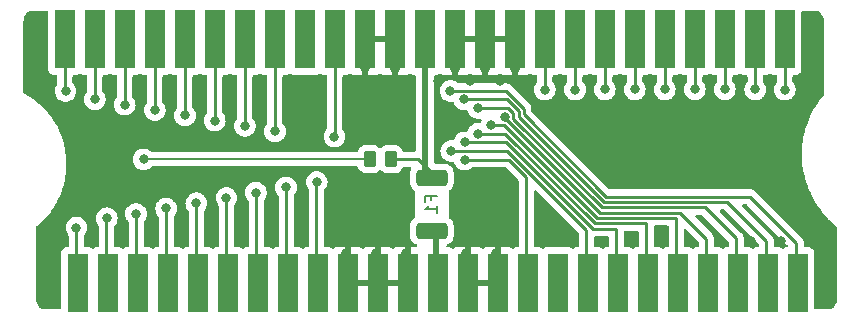
<source format=gbr>
%TF.GenerationSoftware,KiCad,Pcbnew,(6.0.5-0)*%
%TF.CreationDate,2022-12-24T01:00:05+09:00*%
%TF.ProjectId,ScsiRider1.2,53637369-5269-4646-9572-312e322e6b69,rev?*%
%TF.SameCoordinates,Original*%
%TF.FileFunction,Copper,L2,Bot*%
%TF.FilePolarity,Positive*%
%FSLAX46Y46*%
G04 Gerber Fmt 4.6, Leading zero omitted, Abs format (unit mm)*
G04 Created by KiCad (PCBNEW (6.0.5-0)) date 2022-12-24 01:00:05*
%MOMM*%
%LPD*%
G01*
G04 APERTURE LIST*
G04 Aperture macros list*
%AMRoundRect*
0 Rectangle with rounded corners*
0 $1 Rounding radius*
0 $2 $3 $4 $5 $6 $7 $8 $9 X,Y pos of 4 corners*
0 Add a 4 corners polygon primitive as box body*
4,1,4,$2,$3,$4,$5,$6,$7,$8,$9,$2,$3,0*
0 Add four circle primitives for the rounded corners*
1,1,$1+$1,$2,$3*
1,1,$1+$1,$4,$5*
1,1,$1+$1,$6,$7*
1,1,$1+$1,$8,$9*
0 Add four rect primitives between the rounded corners*
20,1,$1+$1,$2,$3,$4,$5,0*
20,1,$1+$1,$4,$5,$6,$7,0*
20,1,$1+$1,$6,$7,$8,$9,0*
20,1,$1+$1,$8,$9,$2,$3,0*%
G04 Aperture macros list end*
%ADD10C,0.150000*%
%TA.AperFunction,NonConductor*%
%ADD11C,0.150000*%
%TD*%
%TA.AperFunction,ConnectorPad*%
%ADD12R,1.780000X5.000000*%
%TD*%
%TA.AperFunction,SMDPad,CuDef*%
%ADD13RoundRect,0.250000X0.262500X0.450000X-0.262500X0.450000X-0.262500X-0.450000X0.262500X-0.450000X0*%
%TD*%
%TA.AperFunction,SMDPad,CuDef*%
%ADD14RoundRect,0.250000X1.075000X-0.425000X1.075000X0.425000X-1.075000X0.425000X-1.075000X-0.425000X0*%
%TD*%
%TA.AperFunction,ViaPad*%
%ADD15C,0.800000*%
%TD*%
%TA.AperFunction,Conductor*%
%ADD16C,0.200000*%
%TD*%
%TA.AperFunction,Conductor*%
%ADD17C,0.250000*%
%TD*%
%TA.AperFunction,Conductor*%
%ADD18C,0.500000*%
%TD*%
G04 APERTURE END LIST*
D10*
%TO.C,F1*%
D11*
X143798571Y-131161666D02*
X143798571Y-130828333D01*
X144322380Y-130828333D02*
X143322380Y-130828333D01*
X143322380Y-131304523D01*
X144322380Y-132209285D02*
X144322380Y-131637857D01*
X144322380Y-131923571D02*
X143322380Y-131923571D01*
X143465238Y-131828333D01*
X143560476Y-131733095D01*
X143608095Y-131637857D01*
%TD*%
D12*
%TO.P,J2,2*%
%TO.N,DB0*%
X173755000Y-117550000D03*
%TO.P,J2,4*%
%TO.N,DB1*%
X171215000Y-117550000D03*
%TO.P,J2,6*%
%TO.N,DB2*%
X168675000Y-117550000D03*
%TO.P,J2,8*%
%TO.N,DB3*%
X166135000Y-117550000D03*
%TO.P,J2,10*%
%TO.N,DB4*%
X163595000Y-117550000D03*
%TO.P,J2,12*%
%TO.N,DB5*%
X161055000Y-117550000D03*
%TO.P,J2,14*%
%TO.N,DB6*%
X158515000Y-117550000D03*
%TO.P,J2,16*%
%TO.N,DB7*%
X155975000Y-117550000D03*
%TO.P,J2,18*%
%TO.N,DBP*%
X153435000Y-117550000D03*
%TO.P,J2,20*%
%TO.N,GND*%
X150895000Y-117550000D03*
%TO.P,J2,22*%
X148355000Y-117550000D03*
%TO.P,J2,24*%
X145815000Y-117550000D03*
%TO.P,J2,26*%
%TO.N,+5V*%
X143275000Y-117550000D03*
%TO.P,J2,28*%
%TO.N,GND*%
X140735000Y-117550000D03*
%TO.P,J2,30*%
X138195000Y-117550000D03*
%TO.P,J2,32*%
%TO.N,ATN*%
X135655000Y-117550000D03*
%TO.P,J2,34*%
%TO.N,N/C*%
X133115000Y-117550000D03*
%TO.P,J2,36*%
%TO.N,BSY*%
X130575000Y-117550000D03*
%TO.P,J2,38*%
%TO.N,ACK*%
X128035000Y-117550000D03*
%TO.P,J2,40*%
%TO.N,RST*%
X125495000Y-117550000D03*
%TO.P,J2,42*%
%TO.N,MSG*%
X122955000Y-117550000D03*
%TO.P,J2,44*%
%TO.N,SEL*%
X120415000Y-117550000D03*
%TO.P,J2,46*%
%TO.N,CD*%
X117875000Y-117550000D03*
%TO.P,J2,48*%
%TO.N,REQ*%
X115335000Y-117550000D03*
%TO.P,J2,50*%
%TO.N,IO*%
X112795000Y-117550000D03*
%TD*%
%TO.P,J1,2*%
%TO.N,DB0*%
X113877005Y-138147325D03*
%TO.P,J1,4*%
%TO.N,DB1*%
X116417005Y-138147325D03*
%TO.P,J1,6*%
%TO.N,DB2*%
X118957005Y-138147325D03*
%TO.P,J1,8*%
%TO.N,DB3*%
X121497005Y-138147325D03*
%TO.P,J1,10*%
%TO.N,DB4*%
X124037005Y-138147325D03*
%TO.P,J1,12*%
%TO.N,DB5*%
X126577005Y-138147325D03*
%TO.P,J1,14*%
%TO.N,DB6*%
X129117005Y-138147325D03*
%TO.P,J1,16*%
%TO.N,DB7*%
X131657005Y-138147325D03*
%TO.P,J1,18*%
%TO.N,DBP*%
X134197005Y-138147325D03*
%TO.P,J1,20*%
%TO.N,GND*%
X136737005Y-138147325D03*
%TO.P,J1,22*%
X139277005Y-138147325D03*
%TO.P,J1,24*%
X141817005Y-138147325D03*
%TO.P,J1,26*%
%TO.N,+5V-in*%
X144357005Y-138147325D03*
%TO.P,J1,28*%
%TO.N,GND*%
X146897005Y-138147325D03*
%TO.P,J1,30*%
X149437005Y-138147325D03*
%TO.P,J1,32*%
%TO.N,ATN*%
X151977005Y-138147325D03*
%TO.P,J1,34*%
%TO.N,N/C*%
X154517005Y-138147325D03*
%TO.P,J1,36*%
%TO.N,BSY*%
X157057005Y-138147325D03*
%TO.P,J1,38*%
%TO.N,ACK*%
X159597005Y-138147325D03*
%TO.P,J1,40*%
%TO.N,RST*%
X162137005Y-138147325D03*
%TO.P,J1,42*%
%TO.N,MSG*%
X164677005Y-138147325D03*
%TO.P,J1,44*%
%TO.N,SEL*%
X167217005Y-138147325D03*
%TO.P,J1,46*%
%TO.N,CD*%
X169757005Y-138147325D03*
%TO.P,J1,48*%
%TO.N,REQ*%
X172297005Y-138147325D03*
%TO.P,J1,50*%
%TO.N,IO*%
X174837005Y-138147325D03*
%TD*%
D13*
%TO.P,331,1*%
%TO.N,+5V*%
X140417500Y-127670000D03*
%TO.P,331,2*%
%TO.N,N/C*%
X138592500Y-127670000D03*
%TD*%
D14*
%TO.P,F1,1*%
%TO.N,+5V-in*%
X143870000Y-133745000D03*
%TO.P,F1,2*%
%TO.N,+5V*%
X143870000Y-129245000D03*
%TD*%
D15*
%TO.N,*%
X119460000Y-127690000D03*
%TO.N,GND*%
X148177005Y-134637325D03*
X147745000Y-128790000D03*
X124235000Y-121075000D03*
X111442005Y-139607325D03*
X126785000Y-126055000D03*
X119135000Y-121075000D03*
X116610000Y-121050000D03*
X110360000Y-115925000D03*
X117567005Y-134607325D03*
X134385000Y-121050000D03*
X122642005Y-134607325D03*
X170917005Y-134607325D03*
X136607005Y-135662325D03*
X150880000Y-120050000D03*
X163267005Y-134657325D03*
X162335000Y-121050000D03*
X172485000Y-121050000D03*
X155667005Y-134632325D03*
X168367005Y-134632325D03*
X167410000Y-121050000D03*
X169935000Y-121050000D03*
X114085000Y-121075000D03*
X139157005Y-135662325D03*
X121660000Y-121100000D03*
X125167005Y-134632325D03*
X176095000Y-115890000D03*
X147085000Y-121025000D03*
X130242005Y-134632325D03*
X160742005Y-134632325D03*
X140567005Y-134637325D03*
X159785000Y-121050000D03*
X126760000Y-121075000D03*
X142010000Y-121050000D03*
X132817005Y-134582325D03*
X165792005Y-134657325D03*
X148355000Y-120050000D03*
X174942005Y-133007325D03*
X177177005Y-139547325D03*
X135317005Y-134582325D03*
X144415000Y-121050000D03*
X152160000Y-121050000D03*
X150667005Y-134637325D03*
X127742005Y-134657325D03*
X112835000Y-125480000D03*
X137997005Y-134637325D03*
X157260000Y-121050000D03*
X131835000Y-121050000D03*
X138205000Y-120000000D03*
X129310000Y-121075000D03*
X120092005Y-134607325D03*
X176060000Y-122150000D03*
X149332005Y-135662325D03*
X141682005Y-135662325D03*
X145805000Y-120050000D03*
X140705000Y-120025000D03*
X173417005Y-134632325D03*
X139460000Y-121075000D03*
X149635000Y-121025000D03*
X153237005Y-134637325D03*
X137007005Y-129067325D03*
X146757005Y-135662325D03*
X158217005Y-134657325D03*
X136910000Y-121075000D03*
X115042005Y-134607325D03*
X164860000Y-121075000D03*
X132707005Y-129067325D03*
X154675000Y-121100000D03*
%TO.N,ATN*%
X135610000Y-125771140D03*
X146635000Y-127712000D03*
%TO.N,DB1*%
X171235000Y-121780000D03*
X116342005Y-132682325D03*
%TO.N,DB0*%
X113767005Y-133482325D03*
X173755000Y-121790000D03*
%TO.N,DB2*%
X168675000Y-121770000D03*
X118817005Y-132308305D03*
%TO.N,DB3*%
X166135000Y-121770000D03*
X121367005Y-131858785D03*
%TO.N,DB4*%
X123917005Y-131409265D03*
X163595000Y-121780000D03*
%TO.N,DB5*%
X161055000Y-121780000D03*
X126467005Y-130959745D03*
%TO.N,DB6*%
X158515000Y-121780000D03*
X128967005Y-130510225D03*
%TO.N,DB7*%
X131517005Y-130060705D03*
X155985000Y-121790000D03*
%TO.N,DBP*%
X153435000Y-121790000D03*
X134117005Y-129611185D03*
%TO.N,BSY*%
X145497500Y-126987500D03*
X130585000Y-125321620D03*
%TO.N,ACK*%
X128037000Y-124872100D03*
X146630714Y-126250000D03*
%TO.N,RST*%
X147763928Y-125523500D03*
X125485000Y-124422580D03*
%TO.N,MSG*%
X148897142Y-124799000D03*
X122960000Y-123973060D03*
%TO.N,SEL*%
X120410000Y-123523540D03*
X150030356Y-124074500D03*
%TO.N,CD*%
X117860000Y-123074020D03*
X147760000Y-123350000D03*
%TO.N,REQ*%
X146610500Y-122624500D03*
X115330000Y-122625000D03*
%TO.N,IO*%
X112855000Y-121900000D03*
X145435000Y-121900000D03*
%TD*%
D16*
%TO.N,*%
X119480000Y-127670000D02*
X138592500Y-127670000D01*
X119460000Y-127690000D02*
X119480000Y-127670000D01*
D17*
%TO.N,+5V*%
X140417500Y-127670000D02*
X142704680Y-127670000D01*
D18*
X143275000Y-129085000D02*
X143275000Y-117550000D01*
D17*
X142704680Y-127670000D02*
X144242005Y-129207325D01*
%TO.N,ATN*%
X151852005Y-138157325D02*
X151852005Y-129210197D01*
X135655000Y-125726140D02*
X135655000Y-117550000D01*
X150353808Y-127712000D02*
X146635000Y-127712000D01*
X151852005Y-129210197D02*
X150353808Y-127712000D01*
%TO.N,DB1*%
X171235000Y-121780000D02*
X171230000Y-121775000D01*
X171230000Y-121775000D02*
X171230000Y-117565000D01*
X116292005Y-132732325D02*
X116292005Y-138157325D01*
X116342005Y-132682325D02*
X116292005Y-132732325D01*
X171230000Y-117565000D02*
X171215000Y-117550000D01*
%TO.N,DB0*%
X173755000Y-121790000D02*
X173755000Y-117550000D01*
X113752005Y-133497325D02*
X113752005Y-138157325D01*
X113767005Y-133482325D02*
X113752005Y-133497325D01*
%TO.N,DB2*%
X118817005Y-132308305D02*
X118832005Y-132323305D01*
X168675000Y-121770000D02*
X168675000Y-117550000D01*
X118832005Y-132323305D02*
X118832005Y-138157325D01*
%TO.N,DB3*%
X166135000Y-121770000D02*
X166135000Y-117550000D01*
X121372005Y-131863785D02*
X121372005Y-138157325D01*
X121367005Y-131858785D02*
X121372005Y-131863785D01*
%TO.N,DB4*%
X163595000Y-121780000D02*
X163595000Y-117550000D01*
X123912005Y-131414265D02*
X123912005Y-138157325D01*
X123917005Y-131409265D02*
X123912005Y-131414265D01*
%TO.N,DB5*%
X126467005Y-130959745D02*
X126452005Y-130974745D01*
X161055000Y-121780000D02*
X161055000Y-117550000D01*
X126452005Y-130974745D02*
X126452005Y-138157325D01*
%TO.N,DB6*%
X158515000Y-121780000D02*
X158515000Y-117550000D01*
X128967005Y-130510225D02*
X128992005Y-130535225D01*
X128992005Y-130535225D02*
X128992005Y-138157325D01*
%TO.N,DB7*%
X131532005Y-130075705D02*
X131532005Y-138157325D01*
X131517005Y-130060705D02*
X131532005Y-130075705D01*
X155985000Y-121790000D02*
X155975000Y-121780000D01*
X155975000Y-121780000D02*
X155975000Y-117550000D01*
%TO.N,DBP*%
X134072005Y-129656185D02*
X134072005Y-138157325D01*
X153435000Y-117550000D02*
X153435000Y-121790000D01*
X134117005Y-129611185D02*
X134072005Y-129656185D01*
%TO.N,BSY*%
X130575000Y-125311620D02*
X130575000Y-117550000D01*
X150265026Y-126987500D02*
X156932005Y-133654479D01*
X130585000Y-125321620D02*
X130575000Y-125311620D01*
X156932005Y-133654479D02*
X156932005Y-138157325D01*
X145497500Y-126987500D02*
X150265026Y-126987500D01*
%TO.N,ACK*%
X128037000Y-124872100D02*
X128035000Y-124870100D01*
X146630714Y-126250000D02*
X150163244Y-126250000D01*
X157467691Y-133554445D02*
X159472005Y-133554445D01*
X150163244Y-126250000D02*
X157467691Y-133554445D01*
X159472005Y-133554445D02*
X159472005Y-138157325D01*
X128035000Y-124870100D02*
X128035000Y-117550000D01*
%TO.N,RST*%
X157653888Y-133104925D02*
X162012005Y-133104925D01*
X125495000Y-124412580D02*
X125495000Y-117550000D01*
X150072462Y-125523500D02*
X157653888Y-133104925D01*
X125485000Y-124422580D02*
X125495000Y-124412580D01*
X147763928Y-125523500D02*
X150072462Y-125523500D01*
X162012005Y-133104925D02*
X162012005Y-138157325D01*
%TO.N,MSG*%
X164552005Y-132655405D02*
X164552005Y-138157325D01*
X148897142Y-124799000D02*
X149983680Y-124799000D01*
X122960000Y-123973060D02*
X122955000Y-123968060D01*
X157840085Y-132655405D02*
X164552005Y-132655405D01*
X149983680Y-124799000D02*
X157840085Y-132655405D01*
X122955000Y-123968060D02*
X122955000Y-117550000D01*
%TO.N,SEL*%
X150030356Y-124074500D02*
X150030356Y-124170676D01*
X164890565Y-132205885D02*
X167092005Y-134407325D01*
X167092005Y-134407325D02*
X167092005Y-138157325D01*
X150030356Y-124170676D02*
X151112361Y-125252681D01*
X158065568Y-132205885D02*
X164890565Y-132205885D01*
X151112361Y-125252681D02*
X158065568Y-132205885D01*
X120415000Y-123518540D02*
X120415000Y-117550000D01*
X120410000Y-123523540D02*
X120415000Y-123518540D01*
%TO.N,CD*%
X169632005Y-134397325D02*
X169632005Y-138157325D01*
X150330470Y-123350000D02*
X150754867Y-123774397D01*
X166991045Y-131756365D02*
X169632005Y-134397325D01*
X117875000Y-117550000D02*
X117875000Y-123059020D01*
X150754867Y-123774397D02*
X150754867Y-124259467D01*
X150754867Y-124259467D02*
X158251765Y-131756365D01*
X147760000Y-123350000D02*
X150330470Y-123350000D01*
X117875000Y-123059020D02*
X117860000Y-123074020D01*
X158251765Y-131756365D02*
X166991045Y-131756365D01*
%TO.N,REQ*%
X151204387Y-123588200D02*
X151204387Y-124073270D01*
X115335000Y-122620000D02*
X115335000Y-117550000D01*
X150240687Y-122624500D02*
X151204387Y-123588200D01*
X172172005Y-134587325D02*
X172172005Y-138157325D01*
X158437962Y-131306845D02*
X168891525Y-131306845D01*
X146610500Y-122624500D02*
X150240687Y-122624500D01*
X151204387Y-124073270D02*
X158437962Y-131306845D01*
X168891525Y-131306845D02*
X172172005Y-134587325D01*
%TO.N,IO*%
X151653907Y-123887073D02*
X158624159Y-130857325D01*
X112795000Y-121840000D02*
X112795000Y-117550000D01*
X145435000Y-121900000D02*
X150151904Y-121900000D01*
X174712005Y-134777325D02*
X174712005Y-138157325D01*
X151653907Y-123402003D02*
X151653907Y-123887073D01*
X158624159Y-130857325D02*
X170792005Y-130857325D01*
X112855000Y-121900000D02*
X112795000Y-121840000D01*
X170792005Y-130857325D02*
X174712005Y-134777325D01*
X150151904Y-121900000D02*
X151653907Y-123402003D01*
D18*
%TO.N,+5V-in*%
X144232005Y-133717325D02*
X144232005Y-138157325D01*
%TD*%
%TA.AperFunction,Conductor*%
%TO.N,GND*%
G36*
X111338621Y-115128502D02*
G01*
X111385114Y-115182158D01*
X111396500Y-115234500D01*
X111396500Y-120098134D01*
X111403255Y-120160316D01*
X111454385Y-120296705D01*
X111541739Y-120413261D01*
X111658295Y-120500615D01*
X111794684Y-120551745D01*
X111856866Y-120558500D01*
X112035500Y-120558500D01*
X112103621Y-120578502D01*
X112150114Y-120632158D01*
X112161500Y-120684500D01*
X112161500Y-121264112D01*
X112141498Y-121332233D01*
X112129136Y-121348422D01*
X112115960Y-121363056D01*
X112112659Y-121368774D01*
X112112657Y-121368777D01*
X112086127Y-121414729D01*
X112020473Y-121528444D01*
X111961458Y-121710072D01*
X111941496Y-121900000D01*
X111942186Y-121906565D01*
X111959231Y-122068735D01*
X111961458Y-122089928D01*
X112020473Y-122271556D01*
X112023776Y-122277278D01*
X112023777Y-122277279D01*
X112043738Y-122311852D01*
X112115960Y-122436944D01*
X112120378Y-122441851D01*
X112120379Y-122441852D01*
X112145396Y-122469636D01*
X112243747Y-122578866D01*
X112328119Y-122640166D01*
X112385766Y-122682049D01*
X112398248Y-122691118D01*
X112404276Y-122693802D01*
X112404278Y-122693803D01*
X112566681Y-122766109D01*
X112572712Y-122768794D01*
X112658962Y-122787127D01*
X112753056Y-122807128D01*
X112753061Y-122807128D01*
X112759513Y-122808500D01*
X112950487Y-122808500D01*
X112956939Y-122807128D01*
X112956944Y-122807128D01*
X113051038Y-122787127D01*
X113137288Y-122768794D01*
X113143319Y-122766109D01*
X113305722Y-122693803D01*
X113305724Y-122693802D01*
X113311752Y-122691118D01*
X113324235Y-122682049D01*
X113381881Y-122640166D01*
X113466253Y-122578866D01*
X113564604Y-122469636D01*
X113589621Y-122441852D01*
X113589622Y-122441851D01*
X113594040Y-122436944D01*
X113666262Y-122311852D01*
X113686223Y-122277279D01*
X113686224Y-122277278D01*
X113689527Y-122271556D01*
X113748542Y-122089928D01*
X113750770Y-122068735D01*
X113767814Y-121906565D01*
X113768504Y-121900000D01*
X113748542Y-121710072D01*
X113689527Y-121528444D01*
X113594040Y-121363056D01*
X113582632Y-121350386D01*
X113470679Y-121226049D01*
X113470675Y-121226045D01*
X113466253Y-121221134D01*
X113467012Y-121220450D01*
X113432951Y-121165166D01*
X113428500Y-121131972D01*
X113428500Y-120684500D01*
X113448502Y-120616379D01*
X113502158Y-120569886D01*
X113554500Y-120558500D01*
X113733134Y-120558500D01*
X113795316Y-120551745D01*
X113931705Y-120500615D01*
X113989434Y-120457349D01*
X114055942Y-120432501D01*
X114125324Y-120447554D01*
X114140565Y-120457349D01*
X114198295Y-120500615D01*
X114334684Y-120551745D01*
X114396866Y-120558500D01*
X114575500Y-120558500D01*
X114643621Y-120578502D01*
X114690114Y-120632158D01*
X114701500Y-120684500D01*
X114701500Y-121916923D01*
X114681498Y-121985044D01*
X114669142Y-122001226D01*
X114590960Y-122088056D01*
X114495473Y-122253444D01*
X114436458Y-122435072D01*
X114435768Y-122441633D01*
X114435768Y-122441635D01*
X114426253Y-122532168D01*
X114416496Y-122625000D01*
X114417186Y-122631565D01*
X114433333Y-122785191D01*
X114436458Y-122814928D01*
X114495473Y-122996556D01*
X114498776Y-123002278D01*
X114498777Y-123002279D01*
X114514503Y-123029517D01*
X114590960Y-123161944D01*
X114595378Y-123166851D01*
X114595379Y-123166852D01*
X114710319Y-123294506D01*
X114718747Y-123303866D01*
X114873248Y-123416118D01*
X114879276Y-123418802D01*
X114879278Y-123418803D01*
X114976512Y-123462094D01*
X115047712Y-123493794D01*
X115141112Y-123513647D01*
X115228056Y-123532128D01*
X115228061Y-123532128D01*
X115234513Y-123533500D01*
X115425487Y-123533500D01*
X115431939Y-123532128D01*
X115431944Y-123532128D01*
X115518888Y-123513647D01*
X115612288Y-123493794D01*
X115683488Y-123462094D01*
X115780722Y-123418803D01*
X115780724Y-123418802D01*
X115786752Y-123416118D01*
X115941253Y-123303866D01*
X115949681Y-123294506D01*
X116064621Y-123166852D01*
X116064622Y-123166851D01*
X116069040Y-123161944D01*
X116145497Y-123029517D01*
X116161223Y-123002279D01*
X116161224Y-123002278D01*
X116164527Y-122996556D01*
X116223542Y-122814928D01*
X116226668Y-122785191D01*
X116242814Y-122631565D01*
X116243504Y-122625000D01*
X116233747Y-122532168D01*
X116224232Y-122441635D01*
X116224232Y-122441633D01*
X116223542Y-122435072D01*
X116164527Y-122253444D01*
X116069040Y-122088056D01*
X116000863Y-122012338D01*
X115970147Y-121948332D01*
X115968500Y-121928029D01*
X115968500Y-120684500D01*
X115988502Y-120616379D01*
X116042158Y-120569886D01*
X116094500Y-120558500D01*
X116273134Y-120558500D01*
X116335316Y-120551745D01*
X116471705Y-120500615D01*
X116529434Y-120457349D01*
X116595942Y-120432501D01*
X116665324Y-120447554D01*
X116680565Y-120457349D01*
X116738295Y-120500615D01*
X116874684Y-120551745D01*
X116936866Y-120558500D01*
X117115500Y-120558500D01*
X117183621Y-120578502D01*
X117230114Y-120632158D01*
X117241500Y-120684500D01*
X117241500Y-122354836D01*
X117221498Y-122422957D01*
X117209137Y-122439146D01*
X117120960Y-122537076D01*
X117117659Y-122542794D01*
X117117657Y-122542797D01*
X117032024Y-122691118D01*
X117025473Y-122702464D01*
X116966458Y-122884092D01*
X116965768Y-122890653D01*
X116965768Y-122890655D01*
X116951343Y-123027900D01*
X116946496Y-123074020D01*
X116947186Y-123080585D01*
X116959377Y-123196572D01*
X116966458Y-123263948D01*
X117025473Y-123445576D01*
X117028776Y-123451298D01*
X117028777Y-123451299D01*
X117053023Y-123493294D01*
X117120960Y-123610964D01*
X117125378Y-123615871D01*
X117125379Y-123615872D01*
X117209186Y-123708949D01*
X117248747Y-123752886D01*
X117403248Y-123865138D01*
X117409276Y-123867822D01*
X117409278Y-123867823D01*
X117571681Y-123940129D01*
X117577712Y-123942814D01*
X117671112Y-123962667D01*
X117758056Y-123981148D01*
X117758061Y-123981148D01*
X117764513Y-123982520D01*
X117955487Y-123982520D01*
X117961939Y-123981148D01*
X117961944Y-123981148D01*
X118048888Y-123962667D01*
X118142288Y-123942814D01*
X118148319Y-123940129D01*
X118310722Y-123867823D01*
X118310724Y-123867822D01*
X118316752Y-123865138D01*
X118471253Y-123752886D01*
X118510814Y-123708949D01*
X118594621Y-123615872D01*
X118594622Y-123615871D01*
X118599040Y-123610964D01*
X118666977Y-123493294D01*
X118691223Y-123451299D01*
X118691224Y-123451298D01*
X118694527Y-123445576D01*
X118753542Y-123263948D01*
X118760624Y-123196572D01*
X118772814Y-123080585D01*
X118773504Y-123074020D01*
X118768657Y-123027900D01*
X118754232Y-122890655D01*
X118754232Y-122890653D01*
X118753542Y-122884092D01*
X118694527Y-122702464D01*
X118687977Y-122691118D01*
X118640106Y-122608205D01*
X118599040Y-122537076D01*
X118540864Y-122472465D01*
X118510147Y-122408458D01*
X118508500Y-122388155D01*
X118508500Y-120684500D01*
X118528502Y-120616379D01*
X118582158Y-120569886D01*
X118634500Y-120558500D01*
X118813134Y-120558500D01*
X118875316Y-120551745D01*
X119011705Y-120500615D01*
X119069434Y-120457349D01*
X119135942Y-120432501D01*
X119205324Y-120447554D01*
X119220565Y-120457349D01*
X119278295Y-120500615D01*
X119414684Y-120551745D01*
X119476866Y-120558500D01*
X119655500Y-120558500D01*
X119723621Y-120578502D01*
X119770114Y-120632158D01*
X119781500Y-120684500D01*
X119781500Y-122815463D01*
X119761498Y-122883584D01*
X119749142Y-122899766D01*
X119670960Y-122986596D01*
X119632153Y-123053811D01*
X119587603Y-123130975D01*
X119575473Y-123151984D01*
X119516458Y-123333612D01*
X119515768Y-123340173D01*
X119515768Y-123340175D01*
X119497517Y-123513822D01*
X119496496Y-123523540D01*
X119497186Y-123530105D01*
X119505685Y-123610964D01*
X119516458Y-123713468D01*
X119575473Y-123895096D01*
X119670960Y-124060484D01*
X119675378Y-124065391D01*
X119675379Y-124065392D01*
X119785467Y-124187657D01*
X119798747Y-124202406D01*
X119953248Y-124314658D01*
X119959276Y-124317342D01*
X119959278Y-124317343D01*
X120012130Y-124340874D01*
X120127712Y-124392334D01*
X120221112Y-124412187D01*
X120308056Y-124430668D01*
X120308061Y-124430668D01*
X120314513Y-124432040D01*
X120505487Y-124432040D01*
X120511939Y-124430668D01*
X120511944Y-124430668D01*
X120598888Y-124412187D01*
X120692288Y-124392334D01*
X120807870Y-124340874D01*
X120860722Y-124317343D01*
X120860724Y-124317342D01*
X120866752Y-124314658D01*
X121021253Y-124202406D01*
X121034533Y-124187657D01*
X121144621Y-124065392D01*
X121144622Y-124065391D01*
X121149040Y-124060484D01*
X121244527Y-123895096D01*
X121303542Y-123713468D01*
X121314316Y-123610964D01*
X121322814Y-123530105D01*
X121323504Y-123523540D01*
X121322483Y-123513822D01*
X121304232Y-123340175D01*
X121304232Y-123340173D01*
X121303542Y-123333612D01*
X121244527Y-123151984D01*
X121232398Y-123130975D01*
X121187847Y-123053811D01*
X121149040Y-122986596D01*
X121080863Y-122910878D01*
X121050147Y-122846872D01*
X121048500Y-122826569D01*
X121048500Y-120684500D01*
X121068502Y-120616379D01*
X121122158Y-120569886D01*
X121174500Y-120558500D01*
X121353134Y-120558500D01*
X121415316Y-120551745D01*
X121551705Y-120500615D01*
X121609434Y-120457349D01*
X121675942Y-120432501D01*
X121745324Y-120447554D01*
X121760565Y-120457349D01*
X121818295Y-120500615D01*
X121954684Y-120551745D01*
X122016866Y-120558500D01*
X122195500Y-120558500D01*
X122263621Y-120578502D01*
X122310114Y-120632158D01*
X122321500Y-120684500D01*
X122321500Y-123276089D01*
X122301498Y-123344210D01*
X122289142Y-123360393D01*
X122220960Y-123436116D01*
X122176096Y-123513822D01*
X122137831Y-123580100D01*
X122125473Y-123601504D01*
X122066458Y-123783132D01*
X122065768Y-123789693D01*
X122065768Y-123789695D01*
X122055083Y-123891357D01*
X122046496Y-123973060D01*
X122047186Y-123979625D01*
X122064609Y-124145391D01*
X122066458Y-124162988D01*
X122125473Y-124344616D01*
X122220960Y-124510004D01*
X122225378Y-124514911D01*
X122225379Y-124514912D01*
X122309186Y-124607989D01*
X122348747Y-124651926D01*
X122503248Y-124764178D01*
X122509276Y-124766862D01*
X122509278Y-124766863D01*
X122671681Y-124839169D01*
X122677712Y-124841854D01*
X122771112Y-124861707D01*
X122858056Y-124880188D01*
X122858061Y-124880188D01*
X122864513Y-124881560D01*
X123055487Y-124881560D01*
X123061939Y-124880188D01*
X123061944Y-124880188D01*
X123148888Y-124861707D01*
X123242288Y-124841854D01*
X123248319Y-124839169D01*
X123410722Y-124766863D01*
X123410724Y-124766862D01*
X123416752Y-124764178D01*
X123571253Y-124651926D01*
X123610814Y-124607989D01*
X123694621Y-124514912D01*
X123694622Y-124514911D01*
X123699040Y-124510004D01*
X123794527Y-124344616D01*
X123853542Y-124162988D01*
X123855392Y-124145391D01*
X123872814Y-123979625D01*
X123873504Y-123973060D01*
X123864917Y-123891357D01*
X123854232Y-123789695D01*
X123854232Y-123789693D01*
X123853542Y-123783132D01*
X123794527Y-123601504D01*
X123782170Y-123580100D01*
X123743904Y-123513822D01*
X123699040Y-123436116D01*
X123620863Y-123349291D01*
X123590147Y-123285286D01*
X123588500Y-123264983D01*
X123588500Y-120684500D01*
X123608502Y-120616379D01*
X123662158Y-120569886D01*
X123714500Y-120558500D01*
X123893134Y-120558500D01*
X123955316Y-120551745D01*
X124091705Y-120500615D01*
X124149434Y-120457349D01*
X124215942Y-120432501D01*
X124285324Y-120447554D01*
X124300565Y-120457349D01*
X124358295Y-120500615D01*
X124494684Y-120551745D01*
X124556866Y-120558500D01*
X124735500Y-120558500D01*
X124803621Y-120578502D01*
X124850114Y-120632158D01*
X124861500Y-120684500D01*
X124861500Y-123708949D01*
X124841498Y-123777070D01*
X124829136Y-123793260D01*
X124764417Y-123865138D01*
X124745960Y-123885636D01*
X124650473Y-124051024D01*
X124591458Y-124232652D01*
X124590768Y-124239213D01*
X124590768Y-124239215D01*
X124580083Y-124340877D01*
X124571496Y-124422580D01*
X124572186Y-124429145D01*
X124580685Y-124510004D01*
X124591458Y-124612508D01*
X124650473Y-124794136D01*
X124745960Y-124959524D01*
X124750378Y-124964431D01*
X124750379Y-124964432D01*
X124869325Y-125096535D01*
X124873747Y-125101446D01*
X124906736Y-125125414D01*
X125013389Y-125202902D01*
X125028248Y-125213698D01*
X125034276Y-125216382D01*
X125034278Y-125216383D01*
X125087130Y-125239914D01*
X125202712Y-125291374D01*
X125296112Y-125311227D01*
X125383056Y-125329708D01*
X125383061Y-125329708D01*
X125389513Y-125331080D01*
X125580487Y-125331080D01*
X125586939Y-125329708D01*
X125586944Y-125329708D01*
X125673888Y-125311227D01*
X125767288Y-125291374D01*
X125882870Y-125239914D01*
X125935722Y-125216383D01*
X125935724Y-125216382D01*
X125941752Y-125213698D01*
X125956612Y-125202902D01*
X126063264Y-125125414D01*
X126096253Y-125101446D01*
X126100675Y-125096535D01*
X126219621Y-124964432D01*
X126219622Y-124964431D01*
X126224040Y-124959524D01*
X126319527Y-124794136D01*
X126378542Y-124612508D01*
X126389316Y-124510004D01*
X126397814Y-124429145D01*
X126398504Y-124422580D01*
X126389917Y-124340877D01*
X126379232Y-124239215D01*
X126379232Y-124239213D01*
X126378542Y-124232652D01*
X126319527Y-124051024D01*
X126224040Y-123885636D01*
X126186970Y-123844465D01*
X126160864Y-123815472D01*
X126130147Y-123751465D01*
X126128500Y-123731162D01*
X126128500Y-120684500D01*
X126148502Y-120616379D01*
X126202158Y-120569886D01*
X126254500Y-120558500D01*
X126433134Y-120558500D01*
X126495316Y-120551745D01*
X126631705Y-120500615D01*
X126689434Y-120457349D01*
X126755942Y-120432501D01*
X126825324Y-120447554D01*
X126840565Y-120457349D01*
X126898295Y-120500615D01*
X127034684Y-120551745D01*
X127096866Y-120558500D01*
X127275500Y-120558500D01*
X127343621Y-120578502D01*
X127390114Y-120632158D01*
X127401500Y-120684500D01*
X127401500Y-124171797D01*
X127381498Y-124239918D01*
X127369136Y-124256106D01*
X127297960Y-124335156D01*
X127202473Y-124500544D01*
X127143458Y-124682172D01*
X127142768Y-124688733D01*
X127142768Y-124688735D01*
X127132083Y-124790397D01*
X127123496Y-124872100D01*
X127124186Y-124878665D01*
X127138898Y-125018638D01*
X127143458Y-125062028D01*
X127202473Y-125243656D01*
X127297960Y-125409044D01*
X127302378Y-125413951D01*
X127302379Y-125413952D01*
X127390255Y-125511548D01*
X127425747Y-125550966D01*
X127580248Y-125663218D01*
X127586276Y-125665902D01*
X127586278Y-125665903D01*
X127705029Y-125718774D01*
X127754712Y-125740894D01*
X127848112Y-125760747D01*
X127935056Y-125779228D01*
X127935061Y-125779228D01*
X127941513Y-125780600D01*
X128132487Y-125780600D01*
X128138939Y-125779228D01*
X128138944Y-125779228D01*
X128225888Y-125760747D01*
X128319288Y-125740894D01*
X128368971Y-125718774D01*
X128487722Y-125665903D01*
X128487724Y-125665902D01*
X128493752Y-125663218D01*
X128648253Y-125550966D01*
X128683745Y-125511548D01*
X128771621Y-125413952D01*
X128771622Y-125413951D01*
X128776040Y-125409044D01*
X128871527Y-125243656D01*
X128930542Y-125062028D01*
X128935103Y-125018638D01*
X128949814Y-124878665D01*
X128950504Y-124872100D01*
X128941917Y-124790397D01*
X128931232Y-124688735D01*
X128931232Y-124688733D01*
X128930542Y-124682172D01*
X128871527Y-124500544D01*
X128776040Y-124335156D01*
X128757584Y-124314658D01*
X128700864Y-124251665D01*
X128670147Y-124187657D01*
X128668500Y-124167354D01*
X128668500Y-120684500D01*
X128688502Y-120616379D01*
X128742158Y-120569886D01*
X128794500Y-120558500D01*
X128973134Y-120558500D01*
X129035316Y-120551745D01*
X129171705Y-120500615D01*
X129229434Y-120457349D01*
X129295942Y-120432501D01*
X129365324Y-120447554D01*
X129380565Y-120457349D01*
X129438295Y-120500615D01*
X129574684Y-120551745D01*
X129636866Y-120558500D01*
X129815500Y-120558500D01*
X129883621Y-120578502D01*
X129930114Y-120632158D01*
X129941500Y-120684500D01*
X129941500Y-124630202D01*
X129921498Y-124698323D01*
X129909137Y-124714511D01*
X129845960Y-124784676D01*
X129750473Y-124950064D01*
X129691458Y-125131692D01*
X129690768Y-125138253D01*
X129690768Y-125138255D01*
X129680083Y-125239918D01*
X129671496Y-125321620D01*
X129672186Y-125328185D01*
X129686331Y-125462763D01*
X129691458Y-125511548D01*
X129750473Y-125693176D01*
X129845960Y-125858564D01*
X129850378Y-125863471D01*
X129850379Y-125863472D01*
X129938255Y-125961068D01*
X129973747Y-126000486D01*
X130128248Y-126112738D01*
X130134276Y-126115422D01*
X130134278Y-126115423D01*
X130195535Y-126142696D01*
X130302712Y-126190414D01*
X130396112Y-126210267D01*
X130483056Y-126228748D01*
X130483061Y-126228748D01*
X130489513Y-126230120D01*
X130680487Y-126230120D01*
X130686939Y-126228748D01*
X130686944Y-126228748D01*
X130773888Y-126210267D01*
X130867288Y-126190414D01*
X130974465Y-126142696D01*
X131035722Y-126115423D01*
X131035724Y-126115422D01*
X131041752Y-126112738D01*
X131196253Y-126000486D01*
X131231745Y-125961068D01*
X131319621Y-125863472D01*
X131319622Y-125863471D01*
X131324040Y-125858564D01*
X131419527Y-125693176D01*
X131478542Y-125511548D01*
X131483670Y-125462763D01*
X131497814Y-125328185D01*
X131498504Y-125321620D01*
X131489917Y-125239918D01*
X131479232Y-125138255D01*
X131479232Y-125138253D01*
X131478542Y-125131692D01*
X131419527Y-124950064D01*
X131324040Y-124784676D01*
X131305584Y-124764178D01*
X131240864Y-124692300D01*
X131210147Y-124628292D01*
X131208500Y-124607989D01*
X131208500Y-120684500D01*
X131228502Y-120616379D01*
X131282158Y-120569886D01*
X131334500Y-120558500D01*
X131513134Y-120558500D01*
X131575316Y-120551745D01*
X131711705Y-120500615D01*
X131769434Y-120457349D01*
X131835942Y-120432501D01*
X131905324Y-120447554D01*
X131920565Y-120457349D01*
X131978295Y-120500615D01*
X132114684Y-120551745D01*
X132176866Y-120558500D01*
X134053134Y-120558500D01*
X134115316Y-120551745D01*
X134251705Y-120500615D01*
X134309434Y-120457349D01*
X134375942Y-120432501D01*
X134445324Y-120447554D01*
X134460565Y-120457349D01*
X134518295Y-120500615D01*
X134654684Y-120551745D01*
X134716866Y-120558500D01*
X134895500Y-120558500D01*
X134963621Y-120578502D01*
X135010114Y-120632158D01*
X135021500Y-120684500D01*
X135021500Y-125018638D01*
X135001498Y-125086759D01*
X134989136Y-125102948D01*
X134939364Y-125158226D01*
X134870960Y-125234196D01*
X134837948Y-125291374D01*
X134786084Y-125381206D01*
X134775473Y-125399584D01*
X134716458Y-125581212D01*
X134696496Y-125771140D01*
X134697186Y-125777705D01*
X134705685Y-125858564D01*
X134716458Y-125961068D01*
X134775473Y-126142696D01*
X134778776Y-126148418D01*
X134778777Y-126148419D01*
X134806469Y-126196382D01*
X134870960Y-126308084D01*
X134875378Y-126312991D01*
X134875379Y-126312992D01*
X134980529Y-126429773D01*
X134998747Y-126450006D01*
X135153248Y-126562258D01*
X135159276Y-126564942D01*
X135159278Y-126564943D01*
X135321681Y-126637249D01*
X135327712Y-126639934D01*
X135421112Y-126659787D01*
X135508056Y-126678268D01*
X135508061Y-126678268D01*
X135514513Y-126679640D01*
X135705487Y-126679640D01*
X135711939Y-126678268D01*
X135711944Y-126678268D01*
X135798888Y-126659787D01*
X135892288Y-126639934D01*
X135898319Y-126637249D01*
X136060722Y-126564943D01*
X136060724Y-126564942D01*
X136066752Y-126562258D01*
X136221253Y-126450006D01*
X136239471Y-126429773D01*
X136344621Y-126312992D01*
X136344622Y-126312991D01*
X136349040Y-126308084D01*
X136413531Y-126196382D01*
X136441223Y-126148419D01*
X136441224Y-126148418D01*
X136444527Y-126142696D01*
X136503542Y-125961068D01*
X136514316Y-125858564D01*
X136522814Y-125777705D01*
X136523504Y-125771140D01*
X136503542Y-125581212D01*
X136444527Y-125399584D01*
X136435467Y-125383891D01*
X136352344Y-125239918D01*
X136352341Y-125239914D01*
X136349040Y-125234196D01*
X136320863Y-125202902D01*
X136290146Y-125138894D01*
X136288500Y-125118592D01*
X136288500Y-120684500D01*
X136308502Y-120616379D01*
X136362158Y-120569886D01*
X136414500Y-120558500D01*
X136593134Y-120558500D01*
X136655316Y-120551745D01*
X136791705Y-120500615D01*
X136849852Y-120457036D01*
X136916358Y-120432188D01*
X136985741Y-120447241D01*
X137000982Y-120457036D01*
X137051352Y-120494786D01*
X137066946Y-120503324D01*
X137187394Y-120548478D01*
X137202649Y-120552105D01*
X137253514Y-120557631D01*
X137260328Y-120558000D01*
X137922885Y-120558000D01*
X137938124Y-120553525D01*
X137939329Y-120552135D01*
X137941000Y-120544452D01*
X137941000Y-120539884D01*
X138449000Y-120539884D01*
X138453475Y-120555123D01*
X138454865Y-120556328D01*
X138462548Y-120557999D01*
X139129669Y-120557999D01*
X139136490Y-120557629D01*
X139187352Y-120552105D01*
X139202604Y-120548479D01*
X139323054Y-120503324D01*
X139338649Y-120494786D01*
X139389435Y-120456724D01*
X139455942Y-120431876D01*
X139525324Y-120446929D01*
X139540565Y-120456724D01*
X139591351Y-120494786D01*
X139606946Y-120503324D01*
X139727394Y-120548478D01*
X139742649Y-120552105D01*
X139793514Y-120557631D01*
X139800328Y-120558000D01*
X140462885Y-120558000D01*
X140478124Y-120553525D01*
X140479329Y-120552135D01*
X140481000Y-120544452D01*
X140481000Y-117822115D01*
X140476525Y-117806876D01*
X140475135Y-117805671D01*
X140467452Y-117804000D01*
X138467115Y-117804000D01*
X138451876Y-117808475D01*
X138450671Y-117809865D01*
X138449000Y-117817548D01*
X138449000Y-120539884D01*
X137941000Y-120539884D01*
X137941000Y-117422000D01*
X137961002Y-117353879D01*
X138014658Y-117307386D01*
X138067000Y-117296000D01*
X140863000Y-117296000D01*
X140931121Y-117316002D01*
X140977614Y-117369658D01*
X140989000Y-117422000D01*
X140989000Y-120539884D01*
X140993475Y-120555123D01*
X140994865Y-120556328D01*
X141002548Y-120557999D01*
X141669669Y-120557999D01*
X141676490Y-120557629D01*
X141727352Y-120552105D01*
X141742604Y-120548479D01*
X141863054Y-120503324D01*
X141878648Y-120494786D01*
X141929018Y-120457036D01*
X141995524Y-120432188D01*
X142064907Y-120447241D01*
X142080146Y-120457035D01*
X142138295Y-120500615D01*
X142274684Y-120551745D01*
X142336866Y-120558500D01*
X142390500Y-120558500D01*
X142458621Y-120578502D01*
X142505114Y-120632158D01*
X142516500Y-120684500D01*
X142516500Y-126910500D01*
X142496498Y-126978621D01*
X142442842Y-127025114D01*
X142390500Y-127036500D01*
X141509197Y-127036500D01*
X141441076Y-127016498D01*
X141394583Y-126962842D01*
X141389674Y-126950377D01*
X141373867Y-126902998D01*
X141373866Y-126902996D01*
X141371550Y-126896054D01*
X141325233Y-126821206D01*
X141282332Y-126751880D01*
X141278478Y-126745652D01*
X141153303Y-126620695D01*
X141147072Y-126616854D01*
X141008968Y-126531725D01*
X141008966Y-126531724D01*
X141002738Y-126527885D01*
X140842254Y-126474655D01*
X140841389Y-126474368D01*
X140841387Y-126474368D01*
X140834861Y-126472203D01*
X140828025Y-126471503D01*
X140828022Y-126471502D01*
X140784969Y-126467091D01*
X140730400Y-126461500D01*
X140104600Y-126461500D01*
X140101354Y-126461837D01*
X140101350Y-126461837D01*
X140005692Y-126471762D01*
X140005688Y-126471763D01*
X139998834Y-126472474D01*
X139992298Y-126474655D01*
X139992296Y-126474655D01*
X139860194Y-126518728D01*
X139831054Y-126528450D01*
X139680652Y-126621522D01*
X139675479Y-126626704D01*
X139594216Y-126708109D01*
X139531934Y-126742188D01*
X139461114Y-126737185D01*
X139416025Y-126708264D01*
X139333483Y-126625866D01*
X139328303Y-126620695D01*
X139322072Y-126616854D01*
X139183968Y-126531725D01*
X139183966Y-126531724D01*
X139177738Y-126527885D01*
X139017254Y-126474655D01*
X139016389Y-126474368D01*
X139016387Y-126474368D01*
X139009861Y-126472203D01*
X139003025Y-126471503D01*
X139003022Y-126471502D01*
X138959969Y-126467091D01*
X138905400Y-126461500D01*
X138279600Y-126461500D01*
X138276354Y-126461837D01*
X138276350Y-126461837D01*
X138180692Y-126471762D01*
X138180688Y-126471763D01*
X138173834Y-126472474D01*
X138167298Y-126474655D01*
X138167296Y-126474655D01*
X138035194Y-126518728D01*
X138006054Y-126528450D01*
X137855652Y-126621522D01*
X137730695Y-126746697D01*
X137726855Y-126752927D01*
X137726854Y-126752928D01*
X137685613Y-126819834D01*
X137637885Y-126897262D01*
X137620268Y-126950377D01*
X137612045Y-126975167D01*
X137571614Y-127033527D01*
X137506050Y-127060764D01*
X137492452Y-127061500D01*
X120172702Y-127061500D01*
X120104581Y-127041498D01*
X120079067Y-127019812D01*
X120075669Y-127016038D01*
X120075667Y-127016036D01*
X120071253Y-127011134D01*
X120021749Y-126975167D01*
X119922094Y-126902763D01*
X119922093Y-126902762D01*
X119916752Y-126898882D01*
X119910724Y-126896198D01*
X119910722Y-126896197D01*
X119748319Y-126823891D01*
X119748318Y-126823891D01*
X119742288Y-126821206D01*
X119648887Y-126801353D01*
X119561944Y-126782872D01*
X119561939Y-126782872D01*
X119555487Y-126781500D01*
X119364513Y-126781500D01*
X119358061Y-126782872D01*
X119358056Y-126782872D01*
X119271113Y-126801353D01*
X119177712Y-126821206D01*
X119171682Y-126823891D01*
X119171681Y-126823891D01*
X119009278Y-126896197D01*
X119009276Y-126896198D01*
X119003248Y-126898882D01*
X118997907Y-126902762D01*
X118997906Y-126902763D01*
X118987257Y-126910500D01*
X118848747Y-127011134D01*
X118720960Y-127153056D01*
X118625473Y-127318444D01*
X118566458Y-127500072D01*
X118565768Y-127506633D01*
X118565768Y-127506635D01*
X118549496Y-127661455D01*
X118546496Y-127690000D01*
X118547186Y-127696565D01*
X118561341Y-127831238D01*
X118566458Y-127879928D01*
X118625473Y-128061556D01*
X118720960Y-128226944D01*
X118848747Y-128368866D01*
X119003248Y-128481118D01*
X119009276Y-128483802D01*
X119009278Y-128483803D01*
X119171681Y-128556109D01*
X119177712Y-128558794D01*
X119268581Y-128578109D01*
X119358056Y-128597128D01*
X119358061Y-128597128D01*
X119364513Y-128598500D01*
X119555487Y-128598500D01*
X119561939Y-128597128D01*
X119561944Y-128597128D01*
X119651419Y-128578109D01*
X119742288Y-128558794D01*
X119748319Y-128556109D01*
X119910722Y-128483803D01*
X119910724Y-128483802D01*
X119916752Y-128481118D01*
X119969578Y-128442738D01*
X120059840Y-128377158D01*
X120071253Y-128368866D01*
X120075664Y-128363967D01*
X120075673Y-128363959D01*
X120115082Y-128320190D01*
X120175528Y-128282950D01*
X120208718Y-128278500D01*
X137492462Y-128278500D01*
X137560583Y-128298502D01*
X137607076Y-128352158D01*
X137611986Y-128364624D01*
X137614697Y-128372749D01*
X137638450Y-128443946D01*
X137731522Y-128594348D01*
X137856697Y-128719305D01*
X137862927Y-128723145D01*
X137862928Y-128723146D01*
X138000090Y-128807694D01*
X138007262Y-128812115D01*
X138023142Y-128817382D01*
X138168611Y-128865632D01*
X138168613Y-128865632D01*
X138175139Y-128867797D01*
X138181975Y-128868497D01*
X138181978Y-128868498D01*
X138225031Y-128872909D01*
X138279600Y-128878500D01*
X138905400Y-128878500D01*
X138908646Y-128878163D01*
X138908650Y-128878163D01*
X139004308Y-128868238D01*
X139004312Y-128868237D01*
X139011166Y-128867526D01*
X139017702Y-128865345D01*
X139017704Y-128865345D01*
X139149806Y-128821272D01*
X139178946Y-128811550D01*
X139329348Y-128718478D01*
X139415784Y-128631891D01*
X139478066Y-128597812D01*
X139548886Y-128602815D01*
X139593975Y-128631736D01*
X139632999Y-128670692D01*
X139681697Y-128719305D01*
X139687927Y-128723145D01*
X139687928Y-128723146D01*
X139825090Y-128807694D01*
X139832262Y-128812115D01*
X139848142Y-128817382D01*
X139993611Y-128865632D01*
X139993613Y-128865632D01*
X140000139Y-128867797D01*
X140006975Y-128868497D01*
X140006978Y-128868498D01*
X140050031Y-128872909D01*
X140104600Y-128878500D01*
X140730400Y-128878500D01*
X140733646Y-128878163D01*
X140733650Y-128878163D01*
X140829308Y-128868238D01*
X140829312Y-128868237D01*
X140836166Y-128867526D01*
X140842702Y-128865345D01*
X140842704Y-128865345D01*
X140974806Y-128821272D01*
X141003946Y-128811550D01*
X141154348Y-128718478D01*
X141170114Y-128702685D01*
X141274134Y-128598483D01*
X141279305Y-128593303D01*
X141286170Y-128582166D01*
X141368275Y-128448968D01*
X141368276Y-128448966D01*
X141372115Y-128442738D01*
X141389663Y-128389832D01*
X141430094Y-128331473D01*
X141495658Y-128304236D01*
X141509256Y-128303500D01*
X141996640Y-128303500D01*
X142064761Y-128323502D01*
X142111254Y-128377158D01*
X142121358Y-128447432D01*
X142108230Y-128483654D01*
X142109820Y-128484395D01*
X142106725Y-128491032D01*
X142102885Y-128497262D01*
X142083366Y-128556109D01*
X142073097Y-128587072D01*
X142047203Y-128665139D01*
X142036500Y-128769600D01*
X142036500Y-129720400D01*
X142036837Y-129723646D01*
X142036837Y-129723650D01*
X142044875Y-129801113D01*
X142047474Y-129826166D01*
X142049655Y-129832702D01*
X142049655Y-129832704D01*
X142066304Y-129882606D01*
X142103450Y-129993946D01*
X142196522Y-130144348D01*
X142321697Y-130269305D01*
X142327927Y-130273145D01*
X142327928Y-130273146D01*
X142384116Y-130307781D01*
X142431610Y-130360554D01*
X142444000Y-130415041D01*
X142444000Y-132574990D01*
X142423998Y-132643111D01*
X142384304Y-132682133D01*
X142320652Y-132721522D01*
X142195695Y-132846697D01*
X142191855Y-132852927D01*
X142191854Y-132852928D01*
X142114067Y-132979122D01*
X142102885Y-132997262D01*
X142047203Y-133165139D01*
X142036500Y-133269600D01*
X142036500Y-134220400D01*
X142036837Y-134223646D01*
X142036837Y-134223650D01*
X142046450Y-134316293D01*
X142047474Y-134326166D01*
X142049655Y-134332702D01*
X142049655Y-134332704D01*
X142079166Y-134421157D01*
X142103450Y-134493946D01*
X142196522Y-134644348D01*
X142321697Y-134769305D01*
X142327927Y-134773145D01*
X142327928Y-134773146D01*
X142465090Y-134857694D01*
X142472262Y-134862115D01*
X142567585Y-134893732D01*
X142625945Y-134934162D01*
X142653182Y-134999727D01*
X142640649Y-135069608D01*
X142592324Y-135121620D01*
X142527918Y-135139325D01*
X142089120Y-135139325D01*
X142073881Y-135143800D01*
X142072676Y-135145190D01*
X142071005Y-135152873D01*
X142071005Y-138275325D01*
X142051003Y-138343446D01*
X141997347Y-138389939D01*
X141945005Y-138401325D01*
X136609005Y-138401325D01*
X136540884Y-138381323D01*
X136494391Y-138327667D01*
X136483005Y-138275325D01*
X136483005Y-137875210D01*
X136991005Y-137875210D01*
X136995480Y-137890449D01*
X136996870Y-137891654D01*
X137004553Y-137893325D01*
X139004890Y-137893325D01*
X139020129Y-137888850D01*
X139021334Y-137887460D01*
X139023005Y-137879777D01*
X139023005Y-137875210D01*
X139531005Y-137875210D01*
X139535480Y-137890449D01*
X139536870Y-137891654D01*
X139544553Y-137893325D01*
X141544890Y-137893325D01*
X141560129Y-137888850D01*
X141561334Y-137887460D01*
X141563005Y-137879777D01*
X141563005Y-135157441D01*
X141558530Y-135142202D01*
X141557140Y-135140997D01*
X141549457Y-135139326D01*
X140882336Y-135139326D01*
X140875515Y-135139696D01*
X140824653Y-135145220D01*
X140809401Y-135148846D01*
X140688951Y-135194001D01*
X140673356Y-135202539D01*
X140622570Y-135240601D01*
X140556063Y-135265449D01*
X140486681Y-135250396D01*
X140471440Y-135240601D01*
X140420654Y-135202539D01*
X140405059Y-135194001D01*
X140284611Y-135148847D01*
X140269356Y-135145220D01*
X140218491Y-135139694D01*
X140211677Y-135139325D01*
X139549120Y-135139325D01*
X139533881Y-135143800D01*
X139532676Y-135145190D01*
X139531005Y-135152873D01*
X139531005Y-137875210D01*
X139023005Y-137875210D01*
X139023005Y-135157441D01*
X139018530Y-135142202D01*
X139017140Y-135140997D01*
X139009457Y-135139326D01*
X138342336Y-135139326D01*
X138335515Y-135139696D01*
X138284653Y-135145220D01*
X138269401Y-135148846D01*
X138148951Y-135194001D01*
X138133356Y-135202539D01*
X138082570Y-135240601D01*
X138016063Y-135265449D01*
X137946681Y-135250396D01*
X137931440Y-135240601D01*
X137880654Y-135202539D01*
X137865059Y-135194001D01*
X137744611Y-135148847D01*
X137729356Y-135145220D01*
X137678491Y-135139694D01*
X137671677Y-135139325D01*
X137009120Y-135139325D01*
X136993881Y-135143800D01*
X136992676Y-135145190D01*
X136991005Y-135152873D01*
X136991005Y-137875210D01*
X136483005Y-137875210D01*
X136483005Y-135157441D01*
X136478530Y-135142202D01*
X136477140Y-135140997D01*
X136469457Y-135139326D01*
X135802336Y-135139326D01*
X135795515Y-135139696D01*
X135744653Y-135145220D01*
X135729401Y-135148846D01*
X135608951Y-135194001D01*
X135593357Y-135202539D01*
X135542987Y-135240289D01*
X135476481Y-135265137D01*
X135407098Y-135250084D01*
X135391857Y-135240289D01*
X135333710Y-135196710D01*
X135197321Y-135145580D01*
X135135139Y-135138825D01*
X134831505Y-135138825D01*
X134763384Y-135118823D01*
X134716891Y-135065167D01*
X134705505Y-135012825D01*
X134705505Y-130363687D01*
X134725507Y-130295566D01*
X134737869Y-130279377D01*
X134851626Y-130153037D01*
X134851627Y-130153036D01*
X134856045Y-130148129D01*
X134951532Y-129982741D01*
X135010547Y-129801113D01*
X135019374Y-129717134D01*
X135029819Y-129617750D01*
X135030509Y-129611185D01*
X135029515Y-129601725D01*
X135011237Y-129427820D01*
X135011237Y-129427818D01*
X135010547Y-129421257D01*
X134951532Y-129239629D01*
X134856045Y-129074241D01*
X134728258Y-128932319D01*
X134573757Y-128820067D01*
X134567729Y-128817383D01*
X134567727Y-128817382D01*
X134405324Y-128745076D01*
X134405323Y-128745076D01*
X134399293Y-128742391D01*
X134286792Y-128718478D01*
X134218949Y-128704057D01*
X134218944Y-128704057D01*
X134212492Y-128702685D01*
X134021518Y-128702685D01*
X134015066Y-128704057D01*
X134015061Y-128704057D01*
X133947218Y-128718478D01*
X133834717Y-128742391D01*
X133828687Y-128745076D01*
X133828686Y-128745076D01*
X133666283Y-128817382D01*
X133666281Y-128817383D01*
X133660253Y-128820067D01*
X133505752Y-128932319D01*
X133377965Y-129074241D01*
X133282478Y-129239629D01*
X133223463Y-129421257D01*
X133222773Y-129427818D01*
X133222773Y-129427820D01*
X133204495Y-129601725D01*
X133203501Y-129611185D01*
X133204191Y-129617750D01*
X133214637Y-129717134D01*
X133223463Y-129801113D01*
X133282478Y-129982741D01*
X133285781Y-129988463D01*
X133285782Y-129988464D01*
X133352420Y-130103883D01*
X133377965Y-130148129D01*
X133382384Y-130153037D01*
X133382385Y-130153038D01*
X133406142Y-130179423D01*
X133436859Y-130243431D01*
X133438505Y-130263733D01*
X133438505Y-135012825D01*
X133418503Y-135080946D01*
X133364847Y-135127439D01*
X133312505Y-135138825D01*
X133258871Y-135138825D01*
X133196689Y-135145580D01*
X133060300Y-135196710D01*
X133053115Y-135202095D01*
X133053113Y-135202096D01*
X133002570Y-135239976D01*
X132936063Y-135264824D01*
X132866681Y-135249771D01*
X132851440Y-135239976D01*
X132800897Y-135202096D01*
X132800895Y-135202095D01*
X132793710Y-135196710D01*
X132657321Y-135145580D01*
X132595139Y-135138825D01*
X132291505Y-135138825D01*
X132223384Y-135118823D01*
X132176891Y-135065167D01*
X132165505Y-135012825D01*
X132165505Y-130746570D01*
X132185507Y-130678449D01*
X132197869Y-130662260D01*
X132251626Y-130602557D01*
X132251627Y-130602556D01*
X132256045Y-130597649D01*
X132351532Y-130432261D01*
X132410547Y-130250633D01*
X132413158Y-130225797D01*
X132429819Y-130067270D01*
X132430509Y-130060705D01*
X132424020Y-129998968D01*
X132411237Y-129877340D01*
X132411237Y-129877338D01*
X132410547Y-129870777D01*
X132351532Y-129689149D01*
X132256045Y-129523761D01*
X132209981Y-129472601D01*
X132132680Y-129386750D01*
X132132679Y-129386749D01*
X132128258Y-129381839D01*
X131973757Y-129269587D01*
X131967729Y-129266903D01*
X131967727Y-129266902D01*
X131805324Y-129194596D01*
X131805323Y-129194596D01*
X131799293Y-129191911D01*
X131705893Y-129172058D01*
X131618949Y-129153577D01*
X131618944Y-129153577D01*
X131612492Y-129152205D01*
X131421518Y-129152205D01*
X131415066Y-129153577D01*
X131415061Y-129153577D01*
X131328117Y-129172058D01*
X131234717Y-129191911D01*
X131228687Y-129194596D01*
X131228686Y-129194596D01*
X131066283Y-129266902D01*
X131066281Y-129266903D01*
X131060253Y-129269587D01*
X130905752Y-129381839D01*
X130901331Y-129386749D01*
X130901330Y-129386750D01*
X130824030Y-129472601D01*
X130777965Y-129523761D01*
X130682478Y-129689149D01*
X130623463Y-129870777D01*
X130622773Y-129877338D01*
X130622773Y-129877340D01*
X130609990Y-129998968D01*
X130603501Y-130060705D01*
X130604191Y-130067270D01*
X130620853Y-130225797D01*
X130623463Y-130250633D01*
X130682478Y-130432261D01*
X130777965Y-130597649D01*
X130782383Y-130602556D01*
X130782384Y-130602557D01*
X130866141Y-130695578D01*
X130896858Y-130759586D01*
X130898505Y-130779889D01*
X130898505Y-135012825D01*
X130878503Y-135080946D01*
X130824847Y-135127439D01*
X130772505Y-135138825D01*
X130718871Y-135138825D01*
X130656689Y-135145580D01*
X130520300Y-135196710D01*
X130513115Y-135202095D01*
X130513113Y-135202096D01*
X130462570Y-135239976D01*
X130396063Y-135264824D01*
X130326681Y-135249771D01*
X130311440Y-135239976D01*
X130260897Y-135202096D01*
X130260895Y-135202095D01*
X130253710Y-135196710D01*
X130117321Y-135145580D01*
X130055139Y-135138825D01*
X129751505Y-135138825D01*
X129683384Y-135118823D01*
X129636891Y-135065167D01*
X129625505Y-135012825D01*
X129625505Y-131184984D01*
X129645507Y-131116863D01*
X129657869Y-131100674D01*
X129701626Y-131052077D01*
X129701627Y-131052076D01*
X129706045Y-131047169D01*
X129764319Y-130946235D01*
X129798228Y-130887504D01*
X129798229Y-130887503D01*
X129801532Y-130881781D01*
X129860547Y-130700153D01*
X129871321Y-130597649D01*
X129879819Y-130516790D01*
X129880509Y-130510225D01*
X129874841Y-130456293D01*
X129861237Y-130326860D01*
X129861237Y-130326858D01*
X129860547Y-130320297D01*
X129801532Y-130138669D01*
X129706045Y-129973281D01*
X129619660Y-129877340D01*
X129582680Y-129836270D01*
X129582679Y-129836269D01*
X129578258Y-129831359D01*
X129430010Y-129723650D01*
X129429099Y-129722988D01*
X129429098Y-129722987D01*
X129423757Y-129719107D01*
X129417729Y-129716423D01*
X129417727Y-129716422D01*
X129255324Y-129644116D01*
X129255323Y-129644116D01*
X129249293Y-129641431D01*
X129155892Y-129621578D01*
X129068949Y-129603097D01*
X129068944Y-129603097D01*
X129062492Y-129601725D01*
X128871518Y-129601725D01*
X128865066Y-129603097D01*
X128865061Y-129603097D01*
X128778118Y-129621578D01*
X128684717Y-129641431D01*
X128678687Y-129644116D01*
X128678686Y-129644116D01*
X128516283Y-129716422D01*
X128516281Y-129716423D01*
X128510253Y-129719107D01*
X128504912Y-129722987D01*
X128504911Y-129722988D01*
X128504000Y-129723650D01*
X128355752Y-129831359D01*
X128351331Y-129836269D01*
X128351330Y-129836270D01*
X128314351Y-129877340D01*
X128227965Y-129973281D01*
X128132478Y-130138669D01*
X128073463Y-130320297D01*
X128072773Y-130326858D01*
X128072773Y-130326860D01*
X128059169Y-130456293D01*
X128053501Y-130510225D01*
X128054191Y-130516790D01*
X128062690Y-130597649D01*
X128073463Y-130700153D01*
X128132478Y-130881781D01*
X128135781Y-130887503D01*
X128135782Y-130887504D01*
X128169691Y-130946235D01*
X128227965Y-131047169D01*
X128232383Y-131052076D01*
X128232384Y-131052077D01*
X128326141Y-131156205D01*
X128356859Y-131220212D01*
X128358505Y-131240515D01*
X128358505Y-135012825D01*
X128338503Y-135080946D01*
X128284847Y-135127439D01*
X128232505Y-135138825D01*
X128178871Y-135138825D01*
X128116689Y-135145580D01*
X127980300Y-135196710D01*
X127973115Y-135202095D01*
X127973113Y-135202096D01*
X127922570Y-135239976D01*
X127856063Y-135264824D01*
X127786681Y-135249771D01*
X127771440Y-135239976D01*
X127720897Y-135202096D01*
X127720895Y-135202095D01*
X127713710Y-135196710D01*
X127577321Y-135145580D01*
X127515139Y-135138825D01*
X127211505Y-135138825D01*
X127143384Y-135118823D01*
X127096891Y-135065167D01*
X127085505Y-135012825D01*
X127085505Y-131678929D01*
X127105507Y-131610808D01*
X127117869Y-131594618D01*
X127137521Y-131572793D01*
X127184094Y-131521068D01*
X127201626Y-131501597D01*
X127201627Y-131501596D01*
X127206045Y-131496689D01*
X127301532Y-131331301D01*
X127360547Y-131149673D01*
X127363996Y-131116863D01*
X127379819Y-130966310D01*
X127380509Y-130959745D01*
X127372315Y-130881781D01*
X127361237Y-130776380D01*
X127361237Y-130776378D01*
X127360547Y-130769817D01*
X127301532Y-130588189D01*
X127206045Y-130422801D01*
X127148102Y-130358448D01*
X127082680Y-130285790D01*
X127082679Y-130285789D01*
X127078258Y-130280879D01*
X126948935Y-130186920D01*
X126929099Y-130172508D01*
X126929098Y-130172507D01*
X126923757Y-130168627D01*
X126917729Y-130165943D01*
X126917727Y-130165942D01*
X126755324Y-130093636D01*
X126755323Y-130093636D01*
X126749293Y-130090951D01*
X126655893Y-130071098D01*
X126568949Y-130052617D01*
X126568944Y-130052617D01*
X126562492Y-130051245D01*
X126371518Y-130051245D01*
X126365066Y-130052617D01*
X126365061Y-130052617D01*
X126278117Y-130071098D01*
X126184717Y-130090951D01*
X126178687Y-130093636D01*
X126178686Y-130093636D01*
X126016283Y-130165942D01*
X126016281Y-130165943D01*
X126010253Y-130168627D01*
X126004912Y-130172507D01*
X126004911Y-130172508D01*
X125985075Y-130186920D01*
X125855752Y-130280879D01*
X125851331Y-130285789D01*
X125851330Y-130285790D01*
X125785909Y-130358448D01*
X125727965Y-130422801D01*
X125632478Y-130588189D01*
X125573463Y-130769817D01*
X125572773Y-130776378D01*
X125572773Y-130776380D01*
X125561695Y-130881781D01*
X125553501Y-130959745D01*
X125554191Y-130966310D01*
X125570015Y-131116863D01*
X125573463Y-131149673D01*
X125632478Y-131331301D01*
X125727965Y-131496689D01*
X125732383Y-131501596D01*
X125732384Y-131501597D01*
X125786141Y-131561300D01*
X125816858Y-131625307D01*
X125818505Y-131645610D01*
X125818505Y-135012825D01*
X125798503Y-135080946D01*
X125744847Y-135127439D01*
X125692505Y-135138825D01*
X125638871Y-135138825D01*
X125576689Y-135145580D01*
X125440300Y-135196710D01*
X125433115Y-135202095D01*
X125433113Y-135202096D01*
X125382570Y-135239976D01*
X125316063Y-135264824D01*
X125246681Y-135249771D01*
X125231440Y-135239976D01*
X125180897Y-135202096D01*
X125180895Y-135202095D01*
X125173710Y-135196710D01*
X125037321Y-135145580D01*
X124975139Y-135138825D01*
X124671505Y-135138825D01*
X124603384Y-135118823D01*
X124556891Y-135065167D01*
X124545505Y-135012825D01*
X124545505Y-132117342D01*
X124565507Y-132049221D01*
X124577863Y-132033039D01*
X124656045Y-131946209D01*
X124751532Y-131780821D01*
X124810547Y-131599193D01*
X124821321Y-131496689D01*
X124829819Y-131415830D01*
X124830509Y-131409265D01*
X124821945Y-131327780D01*
X124811237Y-131225900D01*
X124811237Y-131225898D01*
X124810547Y-131219337D01*
X124751532Y-131037709D01*
X124656045Y-130872321D01*
X124569660Y-130776380D01*
X124532680Y-130735310D01*
X124532679Y-130735309D01*
X124528258Y-130730399D01*
X124373757Y-130618147D01*
X124367729Y-130615463D01*
X124367727Y-130615462D01*
X124205324Y-130543156D01*
X124205323Y-130543156D01*
X124199293Y-130540471D01*
X124105893Y-130520618D01*
X124018949Y-130502137D01*
X124018944Y-130502137D01*
X124012492Y-130500765D01*
X123821518Y-130500765D01*
X123815066Y-130502137D01*
X123815061Y-130502137D01*
X123728117Y-130520618D01*
X123634717Y-130540471D01*
X123628687Y-130543156D01*
X123628686Y-130543156D01*
X123466283Y-130615462D01*
X123466281Y-130615463D01*
X123460253Y-130618147D01*
X123305752Y-130730399D01*
X123301331Y-130735309D01*
X123301330Y-130735310D01*
X123264351Y-130776380D01*
X123177965Y-130872321D01*
X123082478Y-131037709D01*
X123023463Y-131219337D01*
X123022773Y-131225898D01*
X123022773Y-131225900D01*
X123012065Y-131327780D01*
X123003501Y-131409265D01*
X123004191Y-131415830D01*
X123012690Y-131496689D01*
X123023463Y-131599193D01*
X123082478Y-131780821D01*
X123177965Y-131946209D01*
X123246142Y-132021927D01*
X123276858Y-132085933D01*
X123278505Y-132106236D01*
X123278505Y-135012825D01*
X123258503Y-135080946D01*
X123204847Y-135127439D01*
X123152505Y-135138825D01*
X123098871Y-135138825D01*
X123036689Y-135145580D01*
X122900300Y-135196710D01*
X122893115Y-135202095D01*
X122893113Y-135202096D01*
X122842570Y-135239976D01*
X122776063Y-135264824D01*
X122706681Y-135249771D01*
X122691440Y-135239976D01*
X122640897Y-135202096D01*
X122640895Y-135202095D01*
X122633710Y-135196710D01*
X122497321Y-135145580D01*
X122435139Y-135138825D01*
X122131505Y-135138825D01*
X122063384Y-135118823D01*
X122016891Y-135065167D01*
X122005505Y-135012825D01*
X122005505Y-132555756D01*
X122025507Y-132487635D01*
X122037863Y-132471452D01*
X122106045Y-132395729D01*
X122201532Y-132230341D01*
X122260547Y-132048713D01*
X122263363Y-132021925D01*
X122279819Y-131865350D01*
X122280509Y-131858785D01*
X122275753Y-131813531D01*
X122261237Y-131675420D01*
X122261237Y-131675418D01*
X122260547Y-131668857D01*
X122201532Y-131487229D01*
X122106045Y-131321841D01*
X122061291Y-131272136D01*
X121982680Y-131184830D01*
X121982679Y-131184829D01*
X121978258Y-131179919D01*
X121823757Y-131067667D01*
X121817729Y-131064983D01*
X121817727Y-131064982D01*
X121655324Y-130992676D01*
X121655323Y-130992676D01*
X121649293Y-130989991D01*
X121555892Y-130970138D01*
X121468949Y-130951657D01*
X121468944Y-130951657D01*
X121462492Y-130950285D01*
X121271518Y-130950285D01*
X121265066Y-130951657D01*
X121265061Y-130951657D01*
X121178118Y-130970138D01*
X121084717Y-130989991D01*
X121078687Y-130992676D01*
X121078686Y-130992676D01*
X120916283Y-131064982D01*
X120916281Y-131064983D01*
X120910253Y-131067667D01*
X120755752Y-131179919D01*
X120751331Y-131184829D01*
X120751330Y-131184830D01*
X120672720Y-131272136D01*
X120627965Y-131321841D01*
X120532478Y-131487229D01*
X120473463Y-131668857D01*
X120472773Y-131675418D01*
X120472773Y-131675420D01*
X120458257Y-131813531D01*
X120453501Y-131858785D01*
X120454191Y-131865350D01*
X120470648Y-132021925D01*
X120473463Y-132048713D01*
X120532478Y-132230341D01*
X120627965Y-132395729D01*
X120706142Y-132482554D01*
X120736858Y-132546559D01*
X120738505Y-132566862D01*
X120738505Y-135012825D01*
X120718503Y-135080946D01*
X120664847Y-135127439D01*
X120612505Y-135138825D01*
X120558871Y-135138825D01*
X120496689Y-135145580D01*
X120360300Y-135196710D01*
X120353115Y-135202095D01*
X120353113Y-135202096D01*
X120302570Y-135239976D01*
X120236063Y-135264824D01*
X120166681Y-135249771D01*
X120151440Y-135239976D01*
X120100897Y-135202096D01*
X120100895Y-135202095D01*
X120093710Y-135196710D01*
X119957321Y-135145580D01*
X119895139Y-135138825D01*
X119591505Y-135138825D01*
X119523384Y-135118823D01*
X119476891Y-135065167D01*
X119465505Y-135012825D01*
X119465505Y-132994170D01*
X119485507Y-132926049D01*
X119497869Y-132909860D01*
X119551626Y-132850157D01*
X119551627Y-132850156D01*
X119556045Y-132845249D01*
X119627722Y-132721101D01*
X119648228Y-132685584D01*
X119648229Y-132685583D01*
X119651532Y-132679861D01*
X119710547Y-132498233D01*
X119713363Y-132471445D01*
X119729819Y-132314870D01*
X119730509Y-132308305D01*
X119721654Y-132224056D01*
X119711237Y-132124940D01*
X119711237Y-132124938D01*
X119710547Y-132118377D01*
X119651532Y-131936749D01*
X119556045Y-131771361D01*
X119499485Y-131708544D01*
X119432680Y-131634350D01*
X119432679Y-131634349D01*
X119428258Y-131629439D01*
X119273757Y-131517187D01*
X119267729Y-131514503D01*
X119267727Y-131514502D01*
X119105324Y-131442196D01*
X119105323Y-131442196D01*
X119099293Y-131439511D01*
X119005893Y-131419658D01*
X118918949Y-131401177D01*
X118918944Y-131401177D01*
X118912492Y-131399805D01*
X118721518Y-131399805D01*
X118715066Y-131401177D01*
X118715061Y-131401177D01*
X118628117Y-131419658D01*
X118534717Y-131439511D01*
X118528687Y-131442196D01*
X118528686Y-131442196D01*
X118366283Y-131514502D01*
X118366281Y-131514503D01*
X118360253Y-131517187D01*
X118205752Y-131629439D01*
X118201331Y-131634349D01*
X118201330Y-131634350D01*
X118134526Y-131708544D01*
X118077965Y-131771361D01*
X117982478Y-131936749D01*
X117923463Y-132118377D01*
X117922773Y-132124938D01*
X117922773Y-132124940D01*
X117912356Y-132224056D01*
X117903501Y-132308305D01*
X117904191Y-132314870D01*
X117920648Y-132471445D01*
X117923463Y-132498233D01*
X117982478Y-132679861D01*
X117985781Y-132685583D01*
X117985782Y-132685584D01*
X118006288Y-132721101D01*
X118077965Y-132845249D01*
X118082383Y-132850156D01*
X118082384Y-132850157D01*
X118103976Y-132874137D01*
X118165214Y-132942148D01*
X118166141Y-132943178D01*
X118196858Y-133007186D01*
X118198505Y-133027489D01*
X118198505Y-135012825D01*
X118178503Y-135080946D01*
X118124847Y-135127439D01*
X118072505Y-135138825D01*
X118018871Y-135138825D01*
X117956689Y-135145580D01*
X117820300Y-135196710D01*
X117813115Y-135202095D01*
X117813113Y-135202096D01*
X117762570Y-135239976D01*
X117696063Y-135264824D01*
X117626681Y-135249771D01*
X117611440Y-135239976D01*
X117560897Y-135202096D01*
X117560895Y-135202095D01*
X117553710Y-135196710D01*
X117417321Y-135145580D01*
X117355139Y-135138825D01*
X117051505Y-135138825D01*
X116983384Y-135118823D01*
X116936891Y-135065167D01*
X116925505Y-135012825D01*
X116925505Y-133440380D01*
X116945507Y-133372259D01*
X116957869Y-133356070D01*
X117076626Y-133224177D01*
X117076627Y-133224176D01*
X117081045Y-133219269D01*
X117176532Y-133053881D01*
X117235547Y-132872253D01*
X117237870Y-132850157D01*
X117254819Y-132688890D01*
X117255509Y-132682325D01*
X117251606Y-132645192D01*
X117236237Y-132498960D01*
X117236237Y-132498958D01*
X117235547Y-132492397D01*
X117176532Y-132310769D01*
X117081045Y-132145381D01*
X117056100Y-132117676D01*
X116957680Y-132008370D01*
X116957679Y-132008369D01*
X116953258Y-132003459D01*
X116798757Y-131891207D01*
X116792729Y-131888523D01*
X116792727Y-131888522D01*
X116630324Y-131816216D01*
X116630323Y-131816216D01*
X116624293Y-131813531D01*
X116530892Y-131793678D01*
X116443949Y-131775197D01*
X116443944Y-131775197D01*
X116437492Y-131773825D01*
X116246518Y-131773825D01*
X116240066Y-131775197D01*
X116240061Y-131775197D01*
X116153118Y-131793678D01*
X116059717Y-131813531D01*
X116053687Y-131816216D01*
X116053686Y-131816216D01*
X115891283Y-131888522D01*
X115891281Y-131888523D01*
X115885253Y-131891207D01*
X115730752Y-132003459D01*
X115726331Y-132008369D01*
X115726330Y-132008370D01*
X115627911Y-132117676D01*
X115602965Y-132145381D01*
X115507478Y-132310769D01*
X115448463Y-132492397D01*
X115447773Y-132498958D01*
X115447773Y-132498960D01*
X115432404Y-132645192D01*
X115428501Y-132682325D01*
X115429191Y-132688890D01*
X115446141Y-132850157D01*
X115448463Y-132872253D01*
X115507478Y-133053881D01*
X115510781Y-133059603D01*
X115510782Y-133059604D01*
X115571713Y-133165139D01*
X115602965Y-133219269D01*
X115607384Y-133224177D01*
X115607388Y-133224182D01*
X115626140Y-133245008D01*
X115656858Y-133309015D01*
X115658505Y-133329319D01*
X115658505Y-135012825D01*
X115638503Y-135080946D01*
X115584847Y-135127439D01*
X115532505Y-135138825D01*
X115478871Y-135138825D01*
X115416689Y-135145580D01*
X115280300Y-135196710D01*
X115273115Y-135202095D01*
X115273113Y-135202096D01*
X115222570Y-135239976D01*
X115156063Y-135264824D01*
X115086681Y-135249771D01*
X115071440Y-135239976D01*
X115020897Y-135202096D01*
X115020895Y-135202095D01*
X115013710Y-135196710D01*
X114877321Y-135145580D01*
X114815139Y-135138825D01*
X114511505Y-135138825D01*
X114443384Y-135118823D01*
X114396891Y-135065167D01*
X114385505Y-135012825D01*
X114385505Y-134201509D01*
X114405507Y-134133388D01*
X114417869Y-134117198D01*
X114425668Y-134108537D01*
X114506045Y-134019269D01*
X114586464Y-133879979D01*
X114598228Y-133859604D01*
X114598229Y-133859603D01*
X114601532Y-133853881D01*
X114660547Y-133672253D01*
X114667543Y-133605695D01*
X114679819Y-133488890D01*
X114680509Y-133482325D01*
X114667922Y-133362563D01*
X114661237Y-133298960D01*
X114661237Y-133298958D01*
X114660547Y-133292397D01*
X114601532Y-133110769D01*
X114506045Y-132945381D01*
X114488639Y-132926049D01*
X114382680Y-132808370D01*
X114382679Y-132808369D01*
X114378258Y-132803459D01*
X114223757Y-132691207D01*
X114217729Y-132688523D01*
X114217727Y-132688522D01*
X114055324Y-132616216D01*
X114055323Y-132616216D01*
X114049293Y-132613531D01*
X113955893Y-132593678D01*
X113868949Y-132575197D01*
X113868944Y-132575197D01*
X113862492Y-132573825D01*
X113671518Y-132573825D01*
X113665066Y-132575197D01*
X113665061Y-132575197D01*
X113578117Y-132593678D01*
X113484717Y-132613531D01*
X113478687Y-132616216D01*
X113478686Y-132616216D01*
X113316283Y-132688522D01*
X113316281Y-132688523D01*
X113310253Y-132691207D01*
X113155752Y-132803459D01*
X113151331Y-132808369D01*
X113151330Y-132808370D01*
X113045372Y-132926049D01*
X113027965Y-132945381D01*
X112932478Y-133110769D01*
X112873463Y-133292397D01*
X112872773Y-133298958D01*
X112872773Y-133298960D01*
X112866088Y-133362563D01*
X112853501Y-133482325D01*
X112854191Y-133488890D01*
X112866468Y-133605695D01*
X112873463Y-133672253D01*
X112932478Y-133853881D01*
X112935781Y-133859603D01*
X112935782Y-133859604D01*
X112947546Y-133879979D01*
X113027965Y-134019269D01*
X113032383Y-134024176D01*
X113032384Y-134024177D01*
X113086141Y-134083880D01*
X113116858Y-134147887D01*
X113118505Y-134168190D01*
X113118505Y-135012825D01*
X113098503Y-135080946D01*
X113044847Y-135127439D01*
X112992505Y-135138825D01*
X112938871Y-135138825D01*
X112876689Y-135145580D01*
X112740300Y-135196710D01*
X112623744Y-135284064D01*
X112536390Y-135400620D01*
X112485260Y-135537009D01*
X112478505Y-135599191D01*
X112478505Y-140277825D01*
X112458503Y-140345946D01*
X112404847Y-140392439D01*
X112352505Y-140403825D01*
X111246370Y-140403825D01*
X111226985Y-140402325D01*
X111212152Y-140400015D01*
X111212148Y-140400015D01*
X111203279Y-140398634D01*
X111192253Y-140400076D01*
X111163569Y-140400532D01*
X111080133Y-140392315D01*
X111047134Y-140389065D01*
X111022914Y-140384248D01*
X110919829Y-140352978D01*
X110890670Y-140344133D01*
X110867851Y-140334681D01*
X110745977Y-140269540D01*
X110725440Y-140255817D01*
X110724599Y-140255127D01*
X110618621Y-140168155D01*
X110601161Y-140150696D01*
X110513492Y-140043874D01*
X110499770Y-140023337D01*
X110434626Y-139901465D01*
X110425173Y-139878646D01*
X110403695Y-139807845D01*
X110385057Y-139746408D01*
X110380238Y-139722184D01*
X110369445Y-139612621D01*
X110369902Y-139596444D01*
X110369205Y-139596435D01*
X110369314Y-139587466D01*
X110370696Y-139578591D01*
X110366569Y-139547035D01*
X110365505Y-139530695D01*
X110365505Y-133424981D01*
X110385507Y-133356860D01*
X110413361Y-133326141D01*
X110553584Y-133215291D01*
X110783275Y-133004209D01*
X110921215Y-132877445D01*
X110921220Y-132877441D01*
X110922947Y-132875853D01*
X111266109Y-132509948D01*
X111581178Y-132119590D01*
X111623840Y-132057870D01*
X111865093Y-131708849D01*
X111865098Y-131708842D01*
X111866417Y-131706933D01*
X111941278Y-131579328D01*
X112119061Y-131276285D01*
X112119064Y-131276280D01*
X112120254Y-131274251D01*
X112234521Y-131041451D01*
X112340258Y-130826029D01*
X112340260Y-130826024D01*
X112341289Y-130823928D01*
X112528304Y-130358448D01*
X112646377Y-129986998D01*
X112679560Y-129882606D01*
X112679561Y-129882602D01*
X112680269Y-129880375D01*
X112796346Y-129392345D01*
X112835775Y-129146847D01*
X112875524Y-128899360D01*
X112875525Y-128899351D01*
X112875895Y-128897048D01*
X112877476Y-128878500D01*
X112918279Y-128399538D01*
X112918477Y-128397214D01*
X112918504Y-128394749D01*
X112923833Y-127897930D01*
X112923858Y-127895599D01*
X112923710Y-127893272D01*
X112892156Y-127397287D01*
X112892155Y-127397278D01*
X112892008Y-127394966D01*
X112887029Y-127359056D01*
X112843287Y-127043628D01*
X112823103Y-126898077D01*
X112821587Y-126891032D01*
X112718016Y-126409962D01*
X112718014Y-126409953D01*
X112717522Y-126407669D01*
X112689812Y-126313545D01*
X112576508Y-125928690D01*
X112576505Y-125928681D01*
X112575847Y-125926446D01*
X112519763Y-125777705D01*
X112399685Y-125459249D01*
X112398860Y-125457061D01*
X112397874Y-125454938D01*
X112188521Y-125004220D01*
X112188518Y-125004214D01*
X112187536Y-125002100D01*
X112182052Y-124992274D01*
X111972232Y-124616373D01*
X111943039Y-124564072D01*
X111937400Y-124555527D01*
X111827924Y-124389649D01*
X111666719Y-124145391D01*
X111593840Y-124051024D01*
X111470911Y-123891852D01*
X111360096Y-123748365D01*
X111024863Y-123375182D01*
X110662866Y-123027900D01*
X110631848Y-123002279D01*
X110277917Y-122709932D01*
X110277903Y-122709921D01*
X110276100Y-122708432D01*
X109866699Y-122418539D01*
X109436918Y-122159820D01*
X109352703Y-122117294D01*
X109300913Y-122068735D01*
X109283500Y-122004822D01*
X109283500Y-115993250D01*
X109285246Y-115972345D01*
X109287770Y-115957344D01*
X109287770Y-115957341D01*
X109288576Y-115952552D01*
X109288729Y-115940000D01*
X109287788Y-115933429D01*
X109287123Y-115903218D01*
X109298261Y-115790131D01*
X109303079Y-115765907D01*
X109343194Y-115633666D01*
X109352643Y-115610856D01*
X109417783Y-115488988D01*
X109431506Y-115468450D01*
X109519169Y-115361634D01*
X109536634Y-115344169D01*
X109643450Y-115256506D01*
X109663988Y-115242783D01*
X109785856Y-115177643D01*
X109808669Y-115168193D01*
X109940909Y-115128079D01*
X109965132Y-115123261D01*
X110074809Y-115112459D01*
X110090868Y-115112909D01*
X110090877Y-115112200D01*
X110099853Y-115112310D01*
X110108724Y-115113691D01*
X110117626Y-115112527D01*
X110117628Y-115112527D01*
X110134059Y-115110378D01*
X110140286Y-115109564D01*
X110156621Y-115108500D01*
X111270500Y-115108500D01*
X111338621Y-115128502D01*
G37*
%TD.AperFunction*%
%TA.AperFunction,Conductor*%
G36*
X176205018Y-115110000D02*
G01*
X176219852Y-115112310D01*
X176219855Y-115112310D01*
X176228724Y-115113691D01*
X176238659Y-115112392D01*
X176239746Y-115112250D01*
X176268431Y-115111793D01*
X176346987Y-115119530D01*
X176384869Y-115123261D01*
X176409087Y-115128077D01*
X176541334Y-115168194D01*
X176564144Y-115177643D01*
X176686012Y-115242783D01*
X176706550Y-115256506D01*
X176813366Y-115344169D01*
X176830831Y-115361634D01*
X176918494Y-115468450D01*
X176932217Y-115488988D01*
X176997357Y-115610856D01*
X177006807Y-115633669D01*
X177026384Y-115698205D01*
X177046921Y-115765907D01*
X177051739Y-115790132D01*
X177062541Y-115899809D01*
X177062091Y-115915868D01*
X177062800Y-115915877D01*
X177062690Y-115924853D01*
X177061309Y-115933724D01*
X177062473Y-115942626D01*
X177062473Y-115942628D01*
X177065436Y-115965283D01*
X177066500Y-115981621D01*
X177066500Y-122161764D01*
X177046498Y-122229885D01*
X177036921Y-122242875D01*
X176970481Y-122321852D01*
X176850935Y-122463955D01*
X176845793Y-122470067D01*
X176527199Y-122907182D01*
X176375874Y-123148410D01*
X176244264Y-123358212D01*
X176239762Y-123365388D01*
X175984872Y-123842466D01*
X175983983Y-123844451D01*
X175983976Y-123844465D01*
X175799138Y-124257128D01*
X175763762Y-124336108D01*
X175758542Y-124350339D01*
X175598071Y-124787851D01*
X175577503Y-124843927D01*
X175576897Y-124846018D01*
X175576893Y-124846031D01*
X175448657Y-125288689D01*
X175426995Y-125363465D01*
X175312967Y-125892209D01*
X175312657Y-125894364D01*
X175312656Y-125894370D01*
X175268664Y-126200263D01*
X175235970Y-126427600D01*
X175235812Y-126429758D01*
X175235810Y-126429773D01*
X175208816Y-126797572D01*
X175196377Y-126967049D01*
X175194379Y-127507944D01*
X175194522Y-127510108D01*
X175194522Y-127510116D01*
X175195791Y-127529352D01*
X175229987Y-128047671D01*
X175239558Y-128117901D01*
X175292057Y-128503118D01*
X175303027Y-128583616D01*
X175413146Y-129113188D01*
X175413737Y-129115286D01*
X175413738Y-129115290D01*
X175458298Y-129273468D01*
X175559812Y-129633823D01*
X175560547Y-129635874D01*
X175560550Y-129635883D01*
X175686924Y-129988464D01*
X175742315Y-130143004D01*
X175743194Y-130145005D01*
X175743194Y-130145006D01*
X175935272Y-130582466D01*
X175959772Y-130638266D01*
X175960785Y-130640196D01*
X176210108Y-131115266D01*
X176210116Y-131115281D01*
X176211131Y-131117214D01*
X176495176Y-131577530D01*
X176496463Y-131579323D01*
X176496466Y-131579328D01*
X176809245Y-132015193D01*
X176809254Y-132015204D01*
X176810533Y-132016987D01*
X176921675Y-132151099D01*
X177128470Y-132400632D01*
X177155675Y-132433460D01*
X177157174Y-132435032D01*
X177157181Y-132435040D01*
X177429546Y-132720695D01*
X177528933Y-132824932D01*
X177530554Y-132826411D01*
X177530555Y-132826412D01*
X177772968Y-133047596D01*
X177928502Y-133189510D01*
X178100756Y-133325999D01*
X178141726Y-133383982D01*
X178148505Y-133424755D01*
X178148505Y-139519136D01*
X178147076Y-139538060D01*
X178143294Y-139562956D01*
X178144490Y-139571845D01*
X178144490Y-139571847D01*
X178144772Y-139573939D01*
X178145332Y-139602656D01*
X178134235Y-139719486D01*
X178129484Y-139743783D01*
X178089677Y-139876451D01*
X178080266Y-139899352D01*
X178015284Y-140021674D01*
X178001580Y-140042287D01*
X177993816Y-140051789D01*
X177913934Y-140149542D01*
X177896460Y-140167081D01*
X177789531Y-140255127D01*
X177768966Y-140268910D01*
X177707925Y-140301628D01*
X177646886Y-140334345D01*
X177624021Y-140343841D01*
X177491500Y-140384142D01*
X177467220Y-140388983D01*
X177357145Y-140399851D01*
X177341136Y-140399402D01*
X177341127Y-140400125D01*
X177332150Y-140400015D01*
X177323279Y-140398634D01*
X177314378Y-140399798D01*
X177314374Y-140399798D01*
X177291720Y-140402761D01*
X177275382Y-140403825D01*
X176361505Y-140403825D01*
X176293384Y-140383823D01*
X176246891Y-140330167D01*
X176235505Y-140277825D01*
X176235505Y-135599191D01*
X176228750Y-135537009D01*
X176177620Y-135400620D01*
X176090266Y-135284064D01*
X175973710Y-135196710D01*
X175837321Y-135145580D01*
X175775139Y-135138825D01*
X175471505Y-135138825D01*
X175403384Y-135118823D01*
X175356891Y-135065167D01*
X175345505Y-135012825D01*
X175345505Y-134856092D01*
X175346032Y-134844909D01*
X175347707Y-134837416D01*
X175345566Y-134769305D01*
X175345505Y-134765380D01*
X175345505Y-134737469D01*
X175345008Y-134733532D01*
X175345007Y-134733521D01*
X175345000Y-134733469D01*
X175344067Y-134721626D01*
X175342927Y-134685354D01*
X175342678Y-134677435D01*
X175337027Y-134657983D01*
X175333019Y-134638631D01*
X175331472Y-134626388D01*
X175330479Y-134618528D01*
X175327561Y-134611157D01*
X175314205Y-134577422D01*
X175310360Y-134566195D01*
X175303757Y-134543469D01*
X175298023Y-134523732D01*
X175293989Y-134516910D01*
X175293986Y-134516904D01*
X175287711Y-134506293D01*
X175279015Y-134488543D01*
X175274477Y-134477081D01*
X175274474Y-134477076D01*
X175271557Y-134469708D01*
X175245578Y-134433950D01*
X175239062Y-134424032D01*
X175220580Y-134392782D01*
X175216547Y-134385962D01*
X175202223Y-134371638D01*
X175189381Y-134356603D01*
X175185765Y-134351626D01*
X175177477Y-134340218D01*
X175143411Y-134312036D01*
X175134632Y-134304047D01*
X171295657Y-130465072D01*
X171288117Y-130456786D01*
X171284005Y-130450307D01*
X171234353Y-130403681D01*
X171231512Y-130400927D01*
X171211775Y-130381190D01*
X171208578Y-130378710D01*
X171199556Y-130371005D01*
X171191763Y-130363687D01*
X171167326Y-130340739D01*
X171160380Y-130336920D01*
X171160377Y-130336918D01*
X171149571Y-130330977D01*
X171133052Y-130320126D01*
X171131572Y-130318978D01*
X171117046Y-130307711D01*
X171109777Y-130304566D01*
X171109773Y-130304563D01*
X171076468Y-130290151D01*
X171065818Y-130284934D01*
X171027065Y-130263630D01*
X171007442Y-130258592D01*
X170988739Y-130252188D01*
X170977425Y-130247292D01*
X170977424Y-130247292D01*
X170970150Y-130244144D01*
X170962327Y-130242905D01*
X170962317Y-130242902D01*
X170926481Y-130237226D01*
X170914861Y-130234820D01*
X170879716Y-130225797D01*
X170879715Y-130225797D01*
X170872035Y-130223825D01*
X170851781Y-130223825D01*
X170832070Y-130222274D01*
X170819891Y-130220345D01*
X170812062Y-130219105D01*
X170804170Y-130219851D01*
X170768044Y-130223266D01*
X170756186Y-130223825D01*
X158938753Y-130223825D01*
X158870632Y-130203823D01*
X158849658Y-130186920D01*
X152324312Y-123661573D01*
X152290286Y-123599261D01*
X152287407Y-123572478D01*
X152287407Y-123480770D01*
X152287934Y-123469587D01*
X152289609Y-123462094D01*
X152288793Y-123436116D01*
X152287469Y-123394017D01*
X152287407Y-123390058D01*
X152287407Y-123362147D01*
X152286902Y-123358147D01*
X152285969Y-123346304D01*
X152285777Y-123340175D01*
X152284580Y-123302114D01*
X152278928Y-123282660D01*
X152274920Y-123263303D01*
X152273375Y-123251073D01*
X152273375Y-123251072D01*
X152272381Y-123243206D01*
X152269462Y-123235833D01*
X152256103Y-123202091D01*
X152252258Y-123190861D01*
X152242136Y-123156020D01*
X152242136Y-123156019D01*
X152239925Y-123148410D01*
X152235892Y-123141591D01*
X152235890Y-123141586D01*
X152229614Y-123130975D01*
X152220919Y-123113227D01*
X152213459Y-123094386D01*
X152198663Y-123074020D01*
X152187471Y-123058616D01*
X152180955Y-123048696D01*
X152162487Y-123017468D01*
X152162485Y-123017465D01*
X152158449Y-123010641D01*
X152144128Y-122996320D01*
X152131287Y-122981286D01*
X152124038Y-122971309D01*
X152119379Y-122964896D01*
X152085302Y-122936705D01*
X152076523Y-122928715D01*
X150655556Y-121507747D01*
X150648016Y-121499461D01*
X150643904Y-121492982D01*
X150594252Y-121446356D01*
X150591411Y-121443602D01*
X150571674Y-121423865D01*
X150568477Y-121421385D01*
X150559455Y-121413680D01*
X150533004Y-121388841D01*
X150527225Y-121383414D01*
X150520279Y-121379595D01*
X150520276Y-121379593D01*
X150509470Y-121373652D01*
X150492951Y-121362801D01*
X150486952Y-121358148D01*
X150476945Y-121350386D01*
X150469676Y-121347241D01*
X150469672Y-121347238D01*
X150436367Y-121332826D01*
X150425717Y-121327609D01*
X150386964Y-121306305D01*
X150367341Y-121301267D01*
X150348638Y-121294863D01*
X150337324Y-121289967D01*
X150337323Y-121289967D01*
X150330049Y-121286819D01*
X150322226Y-121285580D01*
X150322216Y-121285577D01*
X150286380Y-121279901D01*
X150274760Y-121277495D01*
X150239615Y-121268472D01*
X150239614Y-121268472D01*
X150231934Y-121266500D01*
X150211680Y-121266500D01*
X150191969Y-121264949D01*
X150186685Y-121264112D01*
X150171961Y-121261780D01*
X150164069Y-121262526D01*
X150127943Y-121265941D01*
X150116085Y-121266500D01*
X146143200Y-121266500D01*
X146075079Y-121246498D01*
X146055853Y-121230157D01*
X146055580Y-121230460D01*
X146050668Y-121226037D01*
X146046253Y-121221134D01*
X145972212Y-121167340D01*
X145897094Y-121112763D01*
X145897093Y-121112762D01*
X145891752Y-121108882D01*
X145885724Y-121106198D01*
X145885722Y-121106197D01*
X145723319Y-121033891D01*
X145723318Y-121033891D01*
X145717288Y-121031206D01*
X145623888Y-121011353D01*
X145536944Y-120992872D01*
X145536939Y-120992872D01*
X145530487Y-120991500D01*
X145339513Y-120991500D01*
X145333061Y-120992872D01*
X145333056Y-120992872D01*
X145246112Y-121011353D01*
X145152712Y-121031206D01*
X145146682Y-121033891D01*
X145146681Y-121033891D01*
X144984278Y-121106197D01*
X144984276Y-121106198D01*
X144978248Y-121108882D01*
X144972907Y-121112762D01*
X144972906Y-121112763D01*
X144947262Y-121131395D01*
X144823747Y-121221134D01*
X144819326Y-121226044D01*
X144819325Y-121226045D01*
X144710203Y-121347238D01*
X144695960Y-121363056D01*
X144600473Y-121528444D01*
X144541458Y-121710072D01*
X144521496Y-121900000D01*
X144522186Y-121906565D01*
X144539231Y-122068735D01*
X144541458Y-122089928D01*
X144600473Y-122271556D01*
X144603776Y-122277278D01*
X144603777Y-122277279D01*
X144623738Y-122311852D01*
X144695960Y-122436944D01*
X144700378Y-122441851D01*
X144700379Y-122441852D01*
X144725396Y-122469636D01*
X144823747Y-122578866D01*
X144908119Y-122640166D01*
X144965766Y-122682049D01*
X144978248Y-122691118D01*
X144984276Y-122693802D01*
X144984278Y-122693803D01*
X145146681Y-122766109D01*
X145152712Y-122768794D01*
X145238962Y-122787127D01*
X145333056Y-122807128D01*
X145333061Y-122807128D01*
X145339513Y-122808500D01*
X145530487Y-122808500D01*
X145545543Y-122805300D01*
X145592139Y-122795396D01*
X145662930Y-122800798D01*
X145719562Y-122843616D01*
X145738168Y-122879706D01*
X145760878Y-122949599D01*
X145775973Y-122996056D01*
X145871460Y-123161444D01*
X145875878Y-123166351D01*
X145875879Y-123166352D01*
X145963174Y-123263303D01*
X145999247Y-123303366D01*
X146153748Y-123415618D01*
X146159776Y-123418302D01*
X146159778Y-123418303D01*
X146258135Y-123462094D01*
X146328212Y-123493294D01*
X146421612Y-123513147D01*
X146508556Y-123531628D01*
X146508561Y-123531628D01*
X146515013Y-123533000D01*
X146705987Y-123533000D01*
X146743016Y-123525129D01*
X146813806Y-123530532D01*
X146870438Y-123573349D01*
X146889044Y-123609440D01*
X146925473Y-123721556D01*
X147020960Y-123886944D01*
X147025378Y-123891851D01*
X147025379Y-123891852D01*
X147107017Y-123982520D01*
X147148747Y-124028866D01*
X147303248Y-124141118D01*
X147309276Y-124143802D01*
X147309278Y-124143803D01*
X147446638Y-124204959D01*
X147477712Y-124218794D01*
X147571113Y-124238647D01*
X147658056Y-124257128D01*
X147658061Y-124257128D01*
X147664513Y-124258500D01*
X147855487Y-124258500D01*
X147861939Y-124257128D01*
X147861944Y-124257128D01*
X147926296Y-124243449D01*
X147997087Y-124248851D01*
X148053719Y-124291668D01*
X148078213Y-124358305D01*
X148067600Y-124417943D01*
X148065914Y-124421730D01*
X148062615Y-124427444D01*
X148034195Y-124514912D01*
X148027542Y-124535387D01*
X147987468Y-124593992D01*
X147922071Y-124621629D01*
X147881511Y-124619696D01*
X147865879Y-124616373D01*
X147865870Y-124616372D01*
X147859415Y-124615000D01*
X147668441Y-124615000D01*
X147661989Y-124616372D01*
X147661984Y-124616372D01*
X147575041Y-124634853D01*
X147481640Y-124654706D01*
X147475610Y-124657391D01*
X147475609Y-124657391D01*
X147313206Y-124729697D01*
X147313204Y-124729698D01*
X147307176Y-124732382D01*
X147152675Y-124844634D01*
X147148254Y-124849544D01*
X147148253Y-124849545D01*
X147044809Y-124964432D01*
X147024888Y-124986556D01*
X146985103Y-125055465D01*
X146941094Y-125131692D01*
X146929401Y-125151944D01*
X146901644Y-125237371D01*
X146893720Y-125261758D01*
X146853646Y-125320363D01*
X146788249Y-125348000D01*
X146747688Y-125346067D01*
X146732662Y-125342873D01*
X146732659Y-125342873D01*
X146726201Y-125341500D01*
X146535227Y-125341500D01*
X146528775Y-125342872D01*
X146528770Y-125342872D01*
X146441831Y-125361352D01*
X146348426Y-125381206D01*
X146342396Y-125383891D01*
X146342395Y-125383891D01*
X146179992Y-125456197D01*
X146179990Y-125456198D01*
X146173962Y-125458882D01*
X146019461Y-125571134D01*
X145891674Y-125713056D01*
X145796187Y-125878444D01*
X145791012Y-125894370D01*
X145757163Y-125998547D01*
X145717089Y-126057152D01*
X145651692Y-126084789D01*
X145611133Y-126082857D01*
X145599444Y-126080372D01*
X145599440Y-126080372D01*
X145592987Y-126079000D01*
X145402013Y-126079000D01*
X145395561Y-126080372D01*
X145395556Y-126080372D01*
X145308612Y-126098853D01*
X145215212Y-126118706D01*
X145209182Y-126121391D01*
X145209181Y-126121391D01*
X145046778Y-126193697D01*
X145046776Y-126193698D01*
X145040748Y-126196382D01*
X144886247Y-126308634D01*
X144881826Y-126313544D01*
X144881825Y-126313545D01*
X144779130Y-126427600D01*
X144758460Y-126450556D01*
X144715144Y-126525581D01*
X144692419Y-126564943D01*
X144662973Y-126615944D01*
X144603958Y-126797572D01*
X144603268Y-126804133D01*
X144603268Y-126804135D01*
X144592902Y-126902763D01*
X144583996Y-126987500D01*
X144584686Y-126994065D01*
X144600881Y-127148148D01*
X144603958Y-127177428D01*
X144662973Y-127359056D01*
X144758460Y-127524444D01*
X144886247Y-127666366D01*
X145040748Y-127778618D01*
X145046776Y-127781302D01*
X145046778Y-127781303D01*
X145158935Y-127831238D01*
X145213031Y-127877218D01*
X145216629Y-127889054D01*
X145281666Y-127872383D01*
X145303497Y-127875060D01*
X145395556Y-127894628D01*
X145395561Y-127894628D01*
X145402013Y-127896000D01*
X145592987Y-127896000D01*
X145599440Y-127894628D01*
X145599444Y-127894628D01*
X145619093Y-127890451D01*
X145689884Y-127895853D01*
X145746516Y-127938670D01*
X145765123Y-127974761D01*
X145800473Y-128083556D01*
X145895960Y-128248944D01*
X145900378Y-128253851D01*
X145900379Y-128253852D01*
X146000909Y-128365502D01*
X146023747Y-128390866D01*
X146178248Y-128503118D01*
X146184276Y-128505802D01*
X146184278Y-128505803D01*
X146346681Y-128578109D01*
X146352712Y-128580794D01*
X146429557Y-128597128D01*
X146533056Y-128619128D01*
X146533061Y-128619128D01*
X146539513Y-128620500D01*
X146730487Y-128620500D01*
X146736939Y-128619128D01*
X146736944Y-128619128D01*
X146840443Y-128597128D01*
X146917288Y-128580794D01*
X146923319Y-128578109D01*
X147085722Y-128505803D01*
X147085724Y-128505802D01*
X147091752Y-128503118D01*
X147122033Y-128481118D01*
X147240716Y-128394889D01*
X147246253Y-128390866D01*
X147250668Y-128385963D01*
X147255580Y-128381540D01*
X147256705Y-128382789D01*
X147310014Y-128349949D01*
X147343200Y-128345500D01*
X150039214Y-128345500D01*
X150107335Y-128365502D01*
X150128309Y-128382405D01*
X151181600Y-129435696D01*
X151215626Y-129498008D01*
X151218505Y-129524791D01*
X151218505Y-135012825D01*
X151198503Y-135080946D01*
X151144847Y-135127439D01*
X151092505Y-135138825D01*
X151038871Y-135138825D01*
X150976689Y-135145580D01*
X150840300Y-135196710D01*
X150782153Y-135240289D01*
X150715647Y-135265137D01*
X150646264Y-135250084D01*
X150631023Y-135240289D01*
X150580653Y-135202539D01*
X150565059Y-135194001D01*
X150444611Y-135148847D01*
X150429356Y-135145220D01*
X150378491Y-135139694D01*
X150371677Y-135139325D01*
X149709120Y-135139325D01*
X149693881Y-135143800D01*
X149692676Y-135145190D01*
X149691005Y-135152873D01*
X149691005Y-138275325D01*
X149671003Y-138343446D01*
X149617347Y-138389939D01*
X149565005Y-138401325D01*
X146769005Y-138401325D01*
X146700884Y-138381323D01*
X146654391Y-138327667D01*
X146643005Y-138275325D01*
X146643005Y-137875210D01*
X147151005Y-137875210D01*
X147155480Y-137890449D01*
X147156870Y-137891654D01*
X147164553Y-137893325D01*
X149164890Y-137893325D01*
X149180129Y-137888850D01*
X149181334Y-137887460D01*
X149183005Y-137879777D01*
X149183005Y-135157441D01*
X149178530Y-135142202D01*
X149177140Y-135140997D01*
X149169457Y-135139326D01*
X148502336Y-135139326D01*
X148495515Y-135139696D01*
X148444653Y-135145220D01*
X148429401Y-135148846D01*
X148308951Y-135194001D01*
X148293356Y-135202539D01*
X148242570Y-135240601D01*
X148176063Y-135265449D01*
X148106681Y-135250396D01*
X148091440Y-135240601D01*
X148040654Y-135202539D01*
X148025059Y-135194001D01*
X147904611Y-135148847D01*
X147889356Y-135145220D01*
X147838491Y-135139694D01*
X147831677Y-135139325D01*
X147169120Y-135139325D01*
X147153881Y-135143800D01*
X147152676Y-135145190D01*
X147151005Y-135152873D01*
X147151005Y-137875210D01*
X146643005Y-137875210D01*
X146643005Y-135157441D01*
X146638530Y-135142202D01*
X146637140Y-135140997D01*
X146629457Y-135139326D01*
X145962336Y-135139326D01*
X145955515Y-135139696D01*
X145904653Y-135145220D01*
X145889401Y-135148846D01*
X145768951Y-135194001D01*
X145753357Y-135202539D01*
X145702987Y-135240289D01*
X145636481Y-135265137D01*
X145567098Y-135250084D01*
X145551857Y-135240289D01*
X145493710Y-135196710D01*
X145357321Y-135145580D01*
X145295139Y-135138825D01*
X145213653Y-135138825D01*
X145145532Y-135118823D01*
X145099039Y-135065167D01*
X145088935Y-134994893D01*
X145118429Y-134930313D01*
X145173777Y-134893301D01*
X145228224Y-134875136D01*
X145268946Y-134861550D01*
X145419348Y-134768478D01*
X145475809Y-134711919D01*
X145539134Y-134648483D01*
X145544305Y-134643303D01*
X145548146Y-134637072D01*
X145633275Y-134498968D01*
X145633276Y-134498966D01*
X145637115Y-134492738D01*
X145679970Y-134363534D01*
X145690632Y-134331389D01*
X145690632Y-134331387D01*
X145692797Y-134324861D01*
X145693916Y-134313945D01*
X145701580Y-134239136D01*
X145703500Y-134220400D01*
X145703500Y-133269600D01*
X145703163Y-133266350D01*
X145693238Y-133170692D01*
X145693237Y-133170688D01*
X145692526Y-133163834D01*
X145681673Y-133131302D01*
X145638868Y-133003002D01*
X145636550Y-132996054D01*
X145543478Y-132845652D01*
X145418303Y-132720695D01*
X145412072Y-132716854D01*
X145355884Y-132682219D01*
X145308390Y-132629446D01*
X145296000Y-132574959D01*
X145296000Y-130415010D01*
X145316002Y-130346889D01*
X145355696Y-130307867D01*
X145419348Y-130268478D01*
X145431679Y-130256126D01*
X145539134Y-130148483D01*
X145544305Y-130143303D01*
X145637115Y-129992738D01*
X145675391Y-129877340D01*
X145690632Y-129831389D01*
X145690632Y-129831387D01*
X145692797Y-129824861D01*
X145703500Y-129720400D01*
X145703500Y-128769600D01*
X145703163Y-128766350D01*
X145693238Y-128670692D01*
X145693237Y-128670688D01*
X145692526Y-128663834D01*
X145672169Y-128602815D01*
X145641561Y-128511075D01*
X145636550Y-128496054D01*
X145543478Y-128345652D01*
X145418303Y-128220695D01*
X145267738Y-128127885D01*
X145237631Y-128117899D01*
X145179274Y-128077470D01*
X145169228Y-128053290D01*
X145161117Y-128060455D01*
X145094844Y-128071689D01*
X144995400Y-128061500D01*
X144159500Y-128061500D01*
X144091379Y-128041498D01*
X144044886Y-127987842D01*
X144033500Y-127935500D01*
X144033500Y-120684500D01*
X144053502Y-120616379D01*
X144107158Y-120569886D01*
X144159500Y-120558500D01*
X144213134Y-120558500D01*
X144275316Y-120551745D01*
X144411705Y-120500615D01*
X144469852Y-120457036D01*
X144536358Y-120432188D01*
X144605741Y-120447241D01*
X144620982Y-120457036D01*
X144671352Y-120494786D01*
X144686946Y-120503324D01*
X144807394Y-120548478D01*
X144822649Y-120552105D01*
X144873514Y-120557631D01*
X144880328Y-120558000D01*
X145542885Y-120558000D01*
X145558124Y-120553525D01*
X145559329Y-120552135D01*
X145561000Y-120544452D01*
X145561000Y-120539884D01*
X146069000Y-120539884D01*
X146073475Y-120555123D01*
X146074865Y-120556328D01*
X146082548Y-120557999D01*
X146749669Y-120557999D01*
X146756490Y-120557629D01*
X146807352Y-120552105D01*
X146822604Y-120548479D01*
X146943054Y-120503324D01*
X146958649Y-120494786D01*
X147009435Y-120456724D01*
X147075942Y-120431876D01*
X147145324Y-120446929D01*
X147160565Y-120456724D01*
X147211351Y-120494786D01*
X147226946Y-120503324D01*
X147347394Y-120548478D01*
X147362649Y-120552105D01*
X147413514Y-120557631D01*
X147420328Y-120558000D01*
X148082885Y-120558000D01*
X148098124Y-120553525D01*
X148099329Y-120552135D01*
X148101000Y-120544452D01*
X148101000Y-120539884D01*
X148609000Y-120539884D01*
X148613475Y-120555123D01*
X148614865Y-120556328D01*
X148622548Y-120557999D01*
X149289669Y-120557999D01*
X149296490Y-120557629D01*
X149347352Y-120552105D01*
X149362604Y-120548479D01*
X149483054Y-120503324D01*
X149498649Y-120494786D01*
X149549435Y-120456724D01*
X149615942Y-120431876D01*
X149685324Y-120446929D01*
X149700565Y-120456724D01*
X149751351Y-120494786D01*
X149766946Y-120503324D01*
X149887394Y-120548478D01*
X149902649Y-120552105D01*
X149953514Y-120557631D01*
X149960328Y-120558000D01*
X150622885Y-120558000D01*
X150638124Y-120553525D01*
X150639329Y-120552135D01*
X150641000Y-120544452D01*
X150641000Y-117822115D01*
X150636525Y-117806876D01*
X150635135Y-117805671D01*
X150627452Y-117804000D01*
X148627115Y-117804000D01*
X148611876Y-117808475D01*
X148610671Y-117809865D01*
X148609000Y-117817548D01*
X148609000Y-120539884D01*
X148101000Y-120539884D01*
X148101000Y-117822115D01*
X148096525Y-117806876D01*
X148095135Y-117805671D01*
X148087452Y-117804000D01*
X146087115Y-117804000D01*
X146071876Y-117808475D01*
X146070671Y-117809865D01*
X146069000Y-117817548D01*
X146069000Y-120539884D01*
X145561000Y-120539884D01*
X145561000Y-117422000D01*
X145581002Y-117353879D01*
X145634658Y-117307386D01*
X145687000Y-117296000D01*
X151023000Y-117296000D01*
X151091121Y-117316002D01*
X151137614Y-117369658D01*
X151149000Y-117422000D01*
X151149000Y-120539884D01*
X151153475Y-120555123D01*
X151154865Y-120556328D01*
X151162548Y-120557999D01*
X151829669Y-120557999D01*
X151836490Y-120557629D01*
X151887352Y-120552105D01*
X151902604Y-120548479D01*
X152023054Y-120503324D01*
X152038648Y-120494786D01*
X152089018Y-120457036D01*
X152155524Y-120432188D01*
X152224907Y-120447241D01*
X152240146Y-120457035D01*
X152298295Y-120500615D01*
X152434684Y-120551745D01*
X152496866Y-120558500D01*
X152675500Y-120558500D01*
X152743621Y-120578502D01*
X152790114Y-120632158D01*
X152801500Y-120684500D01*
X152801500Y-121087476D01*
X152781498Y-121155597D01*
X152769142Y-121171779D01*
X152695960Y-121253056D01*
X152661652Y-121312479D01*
X152606247Y-121408444D01*
X152600473Y-121418444D01*
X152541458Y-121600072D01*
X152540768Y-121606633D01*
X152540768Y-121606635D01*
X152529897Y-121710072D01*
X152521496Y-121790000D01*
X152541458Y-121979928D01*
X152600473Y-122161556D01*
X152695960Y-122326944D01*
X152700378Y-122331851D01*
X152700379Y-122331852D01*
X152801317Y-122443955D01*
X152823747Y-122468866D01*
X152853759Y-122490671D01*
X152959143Y-122567237D01*
X152978248Y-122581118D01*
X152984276Y-122583802D01*
X152984278Y-122583803D01*
X153133333Y-122650166D01*
X153152712Y-122658794D01*
X153238966Y-122677128D01*
X153333056Y-122697128D01*
X153333061Y-122697128D01*
X153339513Y-122698500D01*
X153530487Y-122698500D01*
X153536939Y-122697128D01*
X153536944Y-122697128D01*
X153631034Y-122677128D01*
X153717288Y-122658794D01*
X153736667Y-122650166D01*
X153885722Y-122583803D01*
X153885724Y-122583802D01*
X153891752Y-122581118D01*
X153910858Y-122567237D01*
X154016241Y-122490671D01*
X154046253Y-122468866D01*
X154068683Y-122443955D01*
X154169621Y-122331852D01*
X154169622Y-122331851D01*
X154174040Y-122326944D01*
X154269527Y-122161556D01*
X154328542Y-121979928D01*
X154348504Y-121790000D01*
X154340103Y-121710072D01*
X154329232Y-121606635D01*
X154329232Y-121606633D01*
X154328542Y-121600072D01*
X154269527Y-121418444D01*
X154263754Y-121408444D01*
X154208348Y-121312479D01*
X154174040Y-121253056D01*
X154100863Y-121171785D01*
X154070147Y-121107779D01*
X154068500Y-121087476D01*
X154068500Y-120684500D01*
X154088502Y-120616379D01*
X154142158Y-120569886D01*
X154194500Y-120558500D01*
X154373134Y-120558500D01*
X154435316Y-120551745D01*
X154571705Y-120500615D01*
X154629434Y-120457349D01*
X154695942Y-120432501D01*
X154765324Y-120447554D01*
X154780565Y-120457349D01*
X154838295Y-120500615D01*
X154974684Y-120551745D01*
X155036866Y-120558500D01*
X155215500Y-120558500D01*
X155283621Y-120578502D01*
X155330114Y-120632158D01*
X155341500Y-120684500D01*
X155341500Y-121098582D01*
X155321498Y-121166703D01*
X155309136Y-121182892D01*
X155258820Y-121238774D01*
X155245960Y-121253056D01*
X155211652Y-121312479D01*
X155156247Y-121408444D01*
X155150473Y-121418444D01*
X155091458Y-121600072D01*
X155090768Y-121606633D01*
X155090768Y-121606635D01*
X155079897Y-121710072D01*
X155071496Y-121790000D01*
X155091458Y-121979928D01*
X155150473Y-122161556D01*
X155245960Y-122326944D01*
X155250378Y-122331851D01*
X155250379Y-122331852D01*
X155351317Y-122443955D01*
X155373747Y-122468866D01*
X155403759Y-122490671D01*
X155509143Y-122567237D01*
X155528248Y-122581118D01*
X155534276Y-122583802D01*
X155534278Y-122583803D01*
X155683333Y-122650166D01*
X155702712Y-122658794D01*
X155788966Y-122677128D01*
X155883056Y-122697128D01*
X155883061Y-122697128D01*
X155889513Y-122698500D01*
X156080487Y-122698500D01*
X156086939Y-122697128D01*
X156086944Y-122697128D01*
X156181034Y-122677128D01*
X156267288Y-122658794D01*
X156286667Y-122650166D01*
X156435722Y-122583803D01*
X156435724Y-122583802D01*
X156441752Y-122581118D01*
X156460858Y-122567237D01*
X156566241Y-122490671D01*
X156596253Y-122468866D01*
X156618683Y-122443955D01*
X156719621Y-122331852D01*
X156719622Y-122331851D01*
X156724040Y-122326944D01*
X156819527Y-122161556D01*
X156878542Y-121979928D01*
X156898504Y-121790000D01*
X156890103Y-121710072D01*
X156879232Y-121606635D01*
X156879232Y-121606633D01*
X156878542Y-121600072D01*
X156819527Y-121418444D01*
X156813754Y-121408444D01*
X156729793Y-121263020D01*
X156724040Y-121253056D01*
X156711181Y-121238774D01*
X156640864Y-121160680D01*
X156610147Y-121096672D01*
X156608500Y-121076369D01*
X156608500Y-120684500D01*
X156628502Y-120616379D01*
X156682158Y-120569886D01*
X156734500Y-120558500D01*
X156913134Y-120558500D01*
X156975316Y-120551745D01*
X157111705Y-120500615D01*
X157169434Y-120457349D01*
X157235942Y-120432501D01*
X157305324Y-120447554D01*
X157320565Y-120457349D01*
X157378295Y-120500615D01*
X157514684Y-120551745D01*
X157576866Y-120558500D01*
X157755500Y-120558500D01*
X157823621Y-120578502D01*
X157870114Y-120632158D01*
X157881500Y-120684500D01*
X157881500Y-121077476D01*
X157861498Y-121145597D01*
X157849142Y-121161779D01*
X157775960Y-121243056D01*
X157748876Y-121289967D01*
X157686247Y-121398444D01*
X157680473Y-121408444D01*
X157621458Y-121590072D01*
X157601496Y-121780000D01*
X157621458Y-121969928D01*
X157680473Y-122151556D01*
X157683776Y-122157278D01*
X157683777Y-122157279D01*
X157689551Y-122167279D01*
X157775960Y-122316944D01*
X157780378Y-122321851D01*
X157780379Y-122321852D01*
X157890321Y-122443955D01*
X157903747Y-122458866D01*
X157947523Y-122490671D01*
X158039143Y-122557237D01*
X158058248Y-122571118D01*
X158064276Y-122573802D01*
X158064278Y-122573803D01*
X158213333Y-122640166D01*
X158232712Y-122648794D01*
X158326112Y-122668647D01*
X158413056Y-122687128D01*
X158413061Y-122687128D01*
X158419513Y-122688500D01*
X158610487Y-122688500D01*
X158616939Y-122687128D01*
X158616944Y-122687128D01*
X158703888Y-122668647D01*
X158797288Y-122648794D01*
X158816667Y-122640166D01*
X158965722Y-122573803D01*
X158965724Y-122573802D01*
X158971752Y-122571118D01*
X158990858Y-122557237D01*
X159082477Y-122490671D01*
X159126253Y-122458866D01*
X159139679Y-122443955D01*
X159249621Y-122321852D01*
X159249622Y-122321851D01*
X159254040Y-122316944D01*
X159340449Y-122167279D01*
X159346223Y-122157279D01*
X159346224Y-122157278D01*
X159349527Y-122151556D01*
X159408542Y-121969928D01*
X159428504Y-121780000D01*
X159408542Y-121590072D01*
X159349527Y-121408444D01*
X159343754Y-121398444D01*
X159281124Y-121289967D01*
X159254040Y-121243056D01*
X159180863Y-121161785D01*
X159150147Y-121097779D01*
X159148500Y-121077476D01*
X159148500Y-120684500D01*
X159168502Y-120616379D01*
X159222158Y-120569886D01*
X159274500Y-120558500D01*
X159453134Y-120558500D01*
X159515316Y-120551745D01*
X159651705Y-120500615D01*
X159709434Y-120457349D01*
X159775942Y-120432501D01*
X159845324Y-120447554D01*
X159860565Y-120457349D01*
X159918295Y-120500615D01*
X160054684Y-120551745D01*
X160116866Y-120558500D01*
X160295500Y-120558500D01*
X160363621Y-120578502D01*
X160410114Y-120632158D01*
X160421500Y-120684500D01*
X160421500Y-121077476D01*
X160401498Y-121145597D01*
X160389142Y-121161779D01*
X160315960Y-121243056D01*
X160288876Y-121289967D01*
X160226247Y-121398444D01*
X160220473Y-121408444D01*
X160161458Y-121590072D01*
X160141496Y-121780000D01*
X160161458Y-121969928D01*
X160220473Y-122151556D01*
X160223776Y-122157278D01*
X160223777Y-122157279D01*
X160229551Y-122167279D01*
X160315960Y-122316944D01*
X160320378Y-122321851D01*
X160320379Y-122321852D01*
X160430321Y-122443955D01*
X160443747Y-122458866D01*
X160487523Y-122490671D01*
X160579143Y-122557237D01*
X160598248Y-122571118D01*
X160604276Y-122573802D01*
X160604278Y-122573803D01*
X160753333Y-122640166D01*
X160772712Y-122648794D01*
X160866112Y-122668647D01*
X160953056Y-122687128D01*
X160953061Y-122687128D01*
X160959513Y-122688500D01*
X161150487Y-122688500D01*
X161156939Y-122687128D01*
X161156944Y-122687128D01*
X161243888Y-122668647D01*
X161337288Y-122648794D01*
X161356667Y-122640166D01*
X161505722Y-122573803D01*
X161505724Y-122573802D01*
X161511752Y-122571118D01*
X161530858Y-122557237D01*
X161622477Y-122490671D01*
X161666253Y-122458866D01*
X161679679Y-122443955D01*
X161789621Y-122321852D01*
X161789622Y-122321851D01*
X161794040Y-122316944D01*
X161880449Y-122167279D01*
X161886223Y-122157279D01*
X161886224Y-122157278D01*
X161889527Y-122151556D01*
X161948542Y-121969928D01*
X161968504Y-121780000D01*
X161948542Y-121590072D01*
X161889527Y-121408444D01*
X161883754Y-121398444D01*
X161821124Y-121289967D01*
X161794040Y-121243056D01*
X161720863Y-121161785D01*
X161690147Y-121097779D01*
X161688500Y-121077476D01*
X161688500Y-120684500D01*
X161708502Y-120616379D01*
X161762158Y-120569886D01*
X161814500Y-120558500D01*
X161993134Y-120558500D01*
X162055316Y-120551745D01*
X162191705Y-120500615D01*
X162249434Y-120457349D01*
X162315942Y-120432501D01*
X162385324Y-120447554D01*
X162400565Y-120457349D01*
X162458295Y-120500615D01*
X162594684Y-120551745D01*
X162656866Y-120558500D01*
X162835500Y-120558500D01*
X162903621Y-120578502D01*
X162950114Y-120632158D01*
X162961500Y-120684500D01*
X162961500Y-121077476D01*
X162941498Y-121145597D01*
X162929142Y-121161779D01*
X162855960Y-121243056D01*
X162828876Y-121289967D01*
X162766247Y-121398444D01*
X162760473Y-121408444D01*
X162701458Y-121590072D01*
X162681496Y-121780000D01*
X162701458Y-121969928D01*
X162760473Y-122151556D01*
X162763776Y-122157278D01*
X162763777Y-122157279D01*
X162769551Y-122167279D01*
X162855960Y-122316944D01*
X162860378Y-122321851D01*
X162860379Y-122321852D01*
X162970321Y-122443955D01*
X162983747Y-122458866D01*
X163027523Y-122490671D01*
X163119143Y-122557237D01*
X163138248Y-122571118D01*
X163144276Y-122573802D01*
X163144278Y-122573803D01*
X163293333Y-122640166D01*
X163312712Y-122648794D01*
X163406112Y-122668647D01*
X163493056Y-122687128D01*
X163493061Y-122687128D01*
X163499513Y-122688500D01*
X163690487Y-122688500D01*
X163696939Y-122687128D01*
X163696944Y-122687128D01*
X163783888Y-122668647D01*
X163877288Y-122648794D01*
X163896667Y-122640166D01*
X164045722Y-122573803D01*
X164045724Y-122573802D01*
X164051752Y-122571118D01*
X164070858Y-122557237D01*
X164162477Y-122490671D01*
X164206253Y-122458866D01*
X164219679Y-122443955D01*
X164329621Y-122321852D01*
X164329622Y-122321851D01*
X164334040Y-122316944D01*
X164420449Y-122167279D01*
X164426223Y-122157279D01*
X164426224Y-122157278D01*
X164429527Y-122151556D01*
X164488542Y-121969928D01*
X164508504Y-121780000D01*
X164488542Y-121590072D01*
X164429527Y-121408444D01*
X164423754Y-121398444D01*
X164361124Y-121289967D01*
X164334040Y-121243056D01*
X164260863Y-121161785D01*
X164230147Y-121097779D01*
X164228500Y-121077476D01*
X164228500Y-120684500D01*
X164248502Y-120616379D01*
X164302158Y-120569886D01*
X164354500Y-120558500D01*
X164533134Y-120558500D01*
X164595316Y-120551745D01*
X164731705Y-120500615D01*
X164789434Y-120457349D01*
X164855942Y-120432501D01*
X164925324Y-120447554D01*
X164940565Y-120457349D01*
X164998295Y-120500615D01*
X165134684Y-120551745D01*
X165196866Y-120558500D01*
X165375500Y-120558500D01*
X165443621Y-120578502D01*
X165490114Y-120632158D01*
X165501500Y-120684500D01*
X165501500Y-121067476D01*
X165481498Y-121135597D01*
X165469142Y-121151779D01*
X165395960Y-121233056D01*
X165378660Y-121263020D01*
X165309151Y-121383414D01*
X165300473Y-121398444D01*
X165241458Y-121580072D01*
X165221496Y-121770000D01*
X165241458Y-121959928D01*
X165300473Y-122141556D01*
X165303776Y-122147278D01*
X165303777Y-122147279D01*
X165308391Y-122155271D01*
X165395960Y-122306944D01*
X165400378Y-122311851D01*
X165400379Y-122311852D01*
X165519325Y-122443955D01*
X165523747Y-122448866D01*
X165621435Y-122519841D01*
X165663221Y-122550200D01*
X165678248Y-122561118D01*
X165684276Y-122563802D01*
X165684278Y-122563803D01*
X165821730Y-122625000D01*
X165852712Y-122638794D01*
X165946112Y-122658647D01*
X166033056Y-122677128D01*
X166033061Y-122677128D01*
X166039513Y-122678500D01*
X166230487Y-122678500D01*
X166236939Y-122677128D01*
X166236944Y-122677128D01*
X166323888Y-122658647D01*
X166417288Y-122638794D01*
X166448270Y-122625000D01*
X166585722Y-122563803D01*
X166585724Y-122563802D01*
X166591752Y-122561118D01*
X166606780Y-122550200D01*
X166648565Y-122519841D01*
X166746253Y-122448866D01*
X166750675Y-122443955D01*
X166869621Y-122311852D01*
X166869622Y-122311851D01*
X166874040Y-122306944D01*
X166961609Y-122155271D01*
X166966223Y-122147279D01*
X166966224Y-122147278D01*
X166969527Y-122141556D01*
X167028542Y-121959928D01*
X167048504Y-121770000D01*
X167028542Y-121580072D01*
X166969527Y-121398444D01*
X166960850Y-121383414D01*
X166891340Y-121263020D01*
X166874040Y-121233056D01*
X166800863Y-121151785D01*
X166770147Y-121087779D01*
X166768500Y-121067476D01*
X166768500Y-120684500D01*
X166788502Y-120616379D01*
X166842158Y-120569886D01*
X166894500Y-120558500D01*
X167073134Y-120558500D01*
X167135316Y-120551745D01*
X167271705Y-120500615D01*
X167329434Y-120457349D01*
X167395942Y-120432501D01*
X167465324Y-120447554D01*
X167480565Y-120457349D01*
X167538295Y-120500615D01*
X167674684Y-120551745D01*
X167736866Y-120558500D01*
X167915500Y-120558500D01*
X167983621Y-120578502D01*
X168030114Y-120632158D01*
X168041500Y-120684500D01*
X168041500Y-121067476D01*
X168021498Y-121135597D01*
X168009142Y-121151779D01*
X167935960Y-121233056D01*
X167918660Y-121263020D01*
X167849151Y-121383414D01*
X167840473Y-121398444D01*
X167781458Y-121580072D01*
X167761496Y-121770000D01*
X167781458Y-121959928D01*
X167840473Y-122141556D01*
X167843776Y-122147278D01*
X167843777Y-122147279D01*
X167848391Y-122155271D01*
X167935960Y-122306944D01*
X167940378Y-122311851D01*
X167940379Y-122311852D01*
X168059325Y-122443955D01*
X168063747Y-122448866D01*
X168161435Y-122519841D01*
X168203221Y-122550200D01*
X168218248Y-122561118D01*
X168224276Y-122563802D01*
X168224278Y-122563803D01*
X168361730Y-122625000D01*
X168392712Y-122638794D01*
X168486112Y-122658647D01*
X168573056Y-122677128D01*
X168573061Y-122677128D01*
X168579513Y-122678500D01*
X168770487Y-122678500D01*
X168776939Y-122677128D01*
X168776944Y-122677128D01*
X168863888Y-122658647D01*
X168957288Y-122638794D01*
X168988270Y-122625000D01*
X169125722Y-122563803D01*
X169125724Y-122563802D01*
X169131752Y-122561118D01*
X169146780Y-122550200D01*
X169188565Y-122519841D01*
X169286253Y-122448866D01*
X169290675Y-122443955D01*
X169409621Y-122311852D01*
X169409622Y-122311851D01*
X169414040Y-122306944D01*
X169501609Y-122155271D01*
X169506223Y-122147279D01*
X169506224Y-122147278D01*
X169509527Y-122141556D01*
X169568542Y-121959928D01*
X169588504Y-121770000D01*
X169568542Y-121580072D01*
X169509527Y-121398444D01*
X169500850Y-121383414D01*
X169431340Y-121263020D01*
X169414040Y-121233056D01*
X169340863Y-121151785D01*
X169310147Y-121087779D01*
X169308500Y-121067476D01*
X169308500Y-120684500D01*
X169328502Y-120616379D01*
X169382158Y-120569886D01*
X169434500Y-120558500D01*
X169613134Y-120558500D01*
X169675316Y-120551745D01*
X169811705Y-120500615D01*
X169869434Y-120457349D01*
X169935942Y-120432501D01*
X170005324Y-120447554D01*
X170020565Y-120457349D01*
X170078295Y-120500615D01*
X170214684Y-120551745D01*
X170276866Y-120558500D01*
X170470500Y-120558500D01*
X170538621Y-120578502D01*
X170585114Y-120632158D01*
X170596500Y-120684500D01*
X170596500Y-121083029D01*
X170576498Y-121151150D01*
X170564142Y-121167333D01*
X170495960Y-121243056D01*
X170468876Y-121289967D01*
X170406247Y-121398444D01*
X170400473Y-121408444D01*
X170341458Y-121590072D01*
X170321496Y-121780000D01*
X170341458Y-121969928D01*
X170400473Y-122151556D01*
X170403776Y-122157278D01*
X170403777Y-122157279D01*
X170409551Y-122167279D01*
X170495960Y-122316944D01*
X170500378Y-122321851D01*
X170500379Y-122321852D01*
X170610321Y-122443955D01*
X170623747Y-122458866D01*
X170667523Y-122490671D01*
X170759143Y-122557237D01*
X170778248Y-122571118D01*
X170784276Y-122573802D01*
X170784278Y-122573803D01*
X170933333Y-122640166D01*
X170952712Y-122648794D01*
X171046112Y-122668647D01*
X171133056Y-122687128D01*
X171133061Y-122687128D01*
X171139513Y-122688500D01*
X171330487Y-122688500D01*
X171336939Y-122687128D01*
X171336944Y-122687128D01*
X171423888Y-122668647D01*
X171517288Y-122648794D01*
X171536667Y-122640166D01*
X171685722Y-122573803D01*
X171685724Y-122573802D01*
X171691752Y-122571118D01*
X171710858Y-122557237D01*
X171802477Y-122490671D01*
X171846253Y-122458866D01*
X171859679Y-122443955D01*
X171969621Y-122321852D01*
X171969622Y-122321851D01*
X171974040Y-122316944D01*
X172060449Y-122167279D01*
X172066223Y-122157279D01*
X172066224Y-122157278D01*
X172069527Y-122151556D01*
X172128542Y-121969928D01*
X172148504Y-121780000D01*
X172128542Y-121590072D01*
X172069527Y-121408444D01*
X172063754Y-121398444D01*
X172001124Y-121289967D01*
X171974040Y-121243056D01*
X171895863Y-121156231D01*
X171865147Y-121092226D01*
X171863500Y-121071923D01*
X171863500Y-120684500D01*
X171883502Y-120616379D01*
X171937158Y-120569886D01*
X171989500Y-120558500D01*
X172153134Y-120558500D01*
X172215316Y-120551745D01*
X172351705Y-120500615D01*
X172409434Y-120457349D01*
X172475942Y-120432501D01*
X172545324Y-120447554D01*
X172560565Y-120457349D01*
X172618295Y-120500615D01*
X172754684Y-120551745D01*
X172816866Y-120558500D01*
X172995500Y-120558500D01*
X173063621Y-120578502D01*
X173110114Y-120632158D01*
X173121500Y-120684500D01*
X173121500Y-121087476D01*
X173101498Y-121155597D01*
X173089142Y-121171779D01*
X173015960Y-121253056D01*
X172981652Y-121312479D01*
X172926247Y-121408444D01*
X172920473Y-121418444D01*
X172861458Y-121600072D01*
X172860768Y-121606633D01*
X172860768Y-121606635D01*
X172849897Y-121710072D01*
X172841496Y-121790000D01*
X172861458Y-121979928D01*
X172920473Y-122161556D01*
X173015960Y-122326944D01*
X173020378Y-122331851D01*
X173020379Y-122331852D01*
X173121317Y-122443955D01*
X173143747Y-122468866D01*
X173173759Y-122490671D01*
X173279143Y-122567237D01*
X173298248Y-122581118D01*
X173304276Y-122583802D01*
X173304278Y-122583803D01*
X173453333Y-122650166D01*
X173472712Y-122658794D01*
X173558966Y-122677128D01*
X173653056Y-122697128D01*
X173653061Y-122697128D01*
X173659513Y-122698500D01*
X173850487Y-122698500D01*
X173856939Y-122697128D01*
X173856944Y-122697128D01*
X173951034Y-122677128D01*
X174037288Y-122658794D01*
X174056667Y-122650166D01*
X174205722Y-122583803D01*
X174205724Y-122583802D01*
X174211752Y-122581118D01*
X174230858Y-122567237D01*
X174336241Y-122490671D01*
X174366253Y-122468866D01*
X174388683Y-122443955D01*
X174489621Y-122331852D01*
X174489622Y-122331851D01*
X174494040Y-122326944D01*
X174589527Y-122161556D01*
X174648542Y-121979928D01*
X174668504Y-121790000D01*
X174660103Y-121710072D01*
X174649232Y-121606635D01*
X174649232Y-121606633D01*
X174648542Y-121600072D01*
X174589527Y-121418444D01*
X174583754Y-121408444D01*
X174528348Y-121312479D01*
X174494040Y-121253056D01*
X174420863Y-121171785D01*
X174390147Y-121107779D01*
X174388500Y-121087476D01*
X174388500Y-120684500D01*
X174408502Y-120616379D01*
X174462158Y-120569886D01*
X174514500Y-120558500D01*
X174693134Y-120558500D01*
X174755316Y-120551745D01*
X174891705Y-120500615D01*
X175008261Y-120413261D01*
X175095615Y-120296705D01*
X175146745Y-120160316D01*
X175153500Y-120098134D01*
X175153500Y-115234500D01*
X175173502Y-115166379D01*
X175227158Y-115119886D01*
X175279500Y-115108500D01*
X176185633Y-115108500D01*
X176205018Y-115110000D01*
G37*
%TD.AperFunction*%
%TA.AperFunction,Conductor*%
G36*
X163860626Y-133308907D02*
G01*
X163907119Y-133362563D01*
X163918505Y-133414905D01*
X163918505Y-135012825D01*
X163898503Y-135080946D01*
X163844847Y-135127439D01*
X163792505Y-135138825D01*
X163738871Y-135138825D01*
X163676689Y-135145580D01*
X163540300Y-135196710D01*
X163533115Y-135202095D01*
X163533113Y-135202096D01*
X163482570Y-135239976D01*
X163416063Y-135264824D01*
X163346681Y-135249771D01*
X163331440Y-135239976D01*
X163280897Y-135202096D01*
X163280895Y-135202095D01*
X163273710Y-135196710D01*
X163137321Y-135145580D01*
X163075139Y-135138825D01*
X162771505Y-135138825D01*
X162703384Y-135118823D01*
X162656891Y-135065167D01*
X162645505Y-135012825D01*
X162645505Y-133414905D01*
X162665507Y-133346784D01*
X162719163Y-133300291D01*
X162771505Y-133288905D01*
X163792505Y-133288905D01*
X163860626Y-133308907D01*
G37*
%TD.AperFunction*%
%TA.AperFunction,Conductor*%
G36*
X152694017Y-130312849D02*
G01*
X152700599Y-130318977D01*
X154485073Y-132103452D01*
X156261600Y-133879979D01*
X156295626Y-133942291D01*
X156298505Y-133969074D01*
X156298505Y-135012825D01*
X156278503Y-135080946D01*
X156224847Y-135127439D01*
X156172505Y-135138825D01*
X156118871Y-135138825D01*
X156056689Y-135145580D01*
X155920300Y-135196710D01*
X155913115Y-135202095D01*
X155913113Y-135202096D01*
X155862570Y-135239976D01*
X155796063Y-135264824D01*
X155726681Y-135249771D01*
X155711440Y-135239976D01*
X155660897Y-135202096D01*
X155660895Y-135202095D01*
X155653710Y-135196710D01*
X155517321Y-135145580D01*
X155455139Y-135138825D01*
X153578871Y-135138825D01*
X153516689Y-135145580D01*
X153380300Y-135196710D01*
X153373115Y-135202095D01*
X153373113Y-135202096D01*
X153322570Y-135239976D01*
X153256063Y-135264824D01*
X153186681Y-135249771D01*
X153171440Y-135239976D01*
X153120897Y-135202096D01*
X153120895Y-135202095D01*
X153113710Y-135196710D01*
X152977321Y-135145580D01*
X152915139Y-135138825D01*
X152611505Y-135138825D01*
X152543384Y-135118823D01*
X152496891Y-135065167D01*
X152485505Y-135012825D01*
X152485505Y-130408073D01*
X152505507Y-130339952D01*
X152559163Y-130293459D01*
X152629437Y-130283355D01*
X152694017Y-130312849D01*
G37*
%TD.AperFunction*%
%TA.AperFunction,Conductor*%
G36*
X158780626Y-134207947D02*
G01*
X158827119Y-134261603D01*
X158838505Y-134313945D01*
X158838505Y-135012825D01*
X158818503Y-135080946D01*
X158764847Y-135127439D01*
X158712505Y-135138825D01*
X158658871Y-135138825D01*
X158596689Y-135145580D01*
X158460300Y-135196710D01*
X158453115Y-135202095D01*
X158453113Y-135202096D01*
X158402570Y-135239976D01*
X158336063Y-135264824D01*
X158266681Y-135249771D01*
X158251440Y-135239976D01*
X158200897Y-135202096D01*
X158200895Y-135202095D01*
X158193710Y-135196710D01*
X158057321Y-135145580D01*
X157995139Y-135138825D01*
X157691505Y-135138825D01*
X157623384Y-135118823D01*
X157576891Y-135065167D01*
X157565505Y-135012825D01*
X157565505Y-134313945D01*
X157585507Y-134245824D01*
X157639163Y-134199331D01*
X157691505Y-134187945D01*
X158712505Y-134187945D01*
X158780626Y-134207947D01*
G37*
%TD.AperFunction*%
%TA.AperFunction,Conductor*%
G36*
X170545532Y-131510827D02*
G01*
X170566506Y-131527730D01*
X173964332Y-134925556D01*
X173998358Y-134987868D01*
X173993293Y-135058683D01*
X173950746Y-135115519D01*
X173888845Y-135139914D01*
X173878877Y-135140997D01*
X173836689Y-135145580D01*
X173700300Y-135196710D01*
X173693115Y-135202095D01*
X173693113Y-135202096D01*
X173642570Y-135239976D01*
X173576063Y-135264824D01*
X173506681Y-135249771D01*
X173491440Y-135239976D01*
X173440897Y-135202096D01*
X173440895Y-135202095D01*
X173433710Y-135196710D01*
X173297321Y-135145580D01*
X173235139Y-135138825D01*
X172931505Y-135138825D01*
X172863384Y-135118823D01*
X172816891Y-135065167D01*
X172805505Y-135012825D01*
X172805505Y-134666092D01*
X172806032Y-134654909D01*
X172807707Y-134647416D01*
X172805567Y-134579339D01*
X172805505Y-134575380D01*
X172805505Y-134547469D01*
X172805000Y-134543469D01*
X172804067Y-134531626D01*
X172802927Y-134495354D01*
X172802678Y-134487435D01*
X172797027Y-134467983D01*
X172793019Y-134448631D01*
X172791472Y-134436388D01*
X172790479Y-134428528D01*
X172787561Y-134421157D01*
X172774205Y-134387422D01*
X172770360Y-134376195D01*
X172766998Y-134364624D01*
X172758023Y-134333732D01*
X172753989Y-134326910D01*
X172753986Y-134326904D01*
X172747711Y-134316293D01*
X172739015Y-134298543D01*
X172734477Y-134287081D01*
X172734474Y-134287076D01*
X172731557Y-134279708D01*
X172708904Y-134248528D01*
X172705578Y-134243950D01*
X172699062Y-134234032D01*
X172680580Y-134202782D01*
X172676547Y-134195962D01*
X172662223Y-134181638D01*
X172649381Y-134166603D01*
X172645558Y-134161341D01*
X172637477Y-134150218D01*
X172603411Y-134122036D01*
X172594632Y-134114047D01*
X170186505Y-131705920D01*
X170152479Y-131643608D01*
X170157544Y-131572793D01*
X170200091Y-131515957D01*
X170266611Y-131491146D01*
X170275600Y-131490825D01*
X170477411Y-131490825D01*
X170545532Y-131510827D01*
G37*
%TD.AperFunction*%
%TA.AperFunction,Conductor*%
G36*
X165394017Y-133605695D02*
G01*
X165400600Y-133611824D01*
X166421600Y-134632824D01*
X166455626Y-134695136D01*
X166458505Y-134721919D01*
X166458505Y-135012825D01*
X166438503Y-135080946D01*
X166384847Y-135127439D01*
X166332505Y-135138825D01*
X166278871Y-135138825D01*
X166216689Y-135145580D01*
X166080300Y-135196710D01*
X166073115Y-135202095D01*
X166073113Y-135202096D01*
X166022570Y-135239976D01*
X165956063Y-135264824D01*
X165886681Y-135249771D01*
X165871440Y-135239976D01*
X165820897Y-135202096D01*
X165820895Y-135202095D01*
X165813710Y-135196710D01*
X165677321Y-135145580D01*
X165615139Y-135138825D01*
X165311505Y-135138825D01*
X165243384Y-135118823D01*
X165196891Y-135065167D01*
X165185505Y-135012825D01*
X165185505Y-133700919D01*
X165205507Y-133632798D01*
X165259163Y-133586305D01*
X165329437Y-133576201D01*
X165394017Y-133605695D01*
G37*
%TD.AperFunction*%
%TA.AperFunction,Conductor*%
G36*
X166744572Y-132409867D02*
G01*
X166765546Y-132426770D01*
X168961600Y-134622824D01*
X168995626Y-134685136D01*
X168998505Y-134711919D01*
X168998505Y-135012825D01*
X168978503Y-135080946D01*
X168924847Y-135127439D01*
X168872505Y-135138825D01*
X168818871Y-135138825D01*
X168756689Y-135145580D01*
X168620300Y-135196710D01*
X168613115Y-135202095D01*
X168613113Y-135202096D01*
X168562570Y-135239976D01*
X168496063Y-135264824D01*
X168426681Y-135249771D01*
X168411440Y-135239976D01*
X168360897Y-135202096D01*
X168360895Y-135202095D01*
X168353710Y-135196710D01*
X168217321Y-135145580D01*
X168155139Y-135138825D01*
X167851505Y-135138825D01*
X167783384Y-135118823D01*
X167736891Y-135065167D01*
X167725505Y-135012825D01*
X167725505Y-134486092D01*
X167726032Y-134474909D01*
X167727707Y-134467416D01*
X167727117Y-134448631D01*
X167725567Y-134399339D01*
X167725505Y-134395380D01*
X167725505Y-134367469D01*
X167725000Y-134363469D01*
X167724067Y-134351626D01*
X167723940Y-134347562D01*
X167723011Y-134318022D01*
X167722927Y-134315354D01*
X167722678Y-134307435D01*
X167717027Y-134287983D01*
X167713019Y-134268631D01*
X167711472Y-134256388D01*
X167710479Y-134248528D01*
X167703602Y-134231158D01*
X167694205Y-134207422D01*
X167690360Y-134196195D01*
X167689111Y-134191897D01*
X167678023Y-134153732D01*
X167673989Y-134146910D01*
X167673986Y-134146904D01*
X167667711Y-134136293D01*
X167659015Y-134118543D01*
X167654477Y-134107081D01*
X167654474Y-134107076D01*
X167651557Y-134099708D01*
X167625578Y-134063950D01*
X167619062Y-134054032D01*
X167600580Y-134022782D01*
X167596547Y-134015962D01*
X167582223Y-134001638D01*
X167569381Y-133986603D01*
X167557477Y-133970218D01*
X167523411Y-133942036D01*
X167514632Y-133934047D01*
X166185545Y-132604960D01*
X166151519Y-132542648D01*
X166156584Y-132471833D01*
X166199131Y-132414997D01*
X166265651Y-132390186D01*
X166274640Y-132389865D01*
X166676451Y-132389865D01*
X166744572Y-132409867D01*
G37*
%TD.AperFunction*%
%TA.AperFunction,Conductor*%
G36*
X161320626Y-133758427D02*
G01*
X161367119Y-133812083D01*
X161378505Y-133864425D01*
X161378505Y-135012825D01*
X161358503Y-135080946D01*
X161304847Y-135127439D01*
X161252505Y-135138825D01*
X161198871Y-135138825D01*
X161136689Y-135145580D01*
X161000300Y-135196710D01*
X160993115Y-135202095D01*
X160993113Y-135202096D01*
X160942570Y-135239976D01*
X160876063Y-135264824D01*
X160806681Y-135249771D01*
X160791440Y-135239976D01*
X160740897Y-135202096D01*
X160740895Y-135202095D01*
X160733710Y-135196710D01*
X160597321Y-135145580D01*
X160535139Y-135138825D01*
X160231505Y-135138825D01*
X160163384Y-135118823D01*
X160116891Y-135065167D01*
X160105505Y-135012825D01*
X160105505Y-133864425D01*
X160125507Y-133796304D01*
X160179163Y-133749811D01*
X160231505Y-133738425D01*
X161252505Y-133738425D01*
X161320626Y-133758427D01*
G37*
%TD.AperFunction*%
%TA.AperFunction,Conductor*%
G36*
X168645052Y-131960347D02*
G01*
X168666026Y-131977250D01*
X171501600Y-134812824D01*
X171535626Y-134875136D01*
X171538505Y-134901919D01*
X171538505Y-135012825D01*
X171518503Y-135080946D01*
X171464847Y-135127439D01*
X171412505Y-135138825D01*
X171358871Y-135138825D01*
X171296689Y-135145580D01*
X171160300Y-135196710D01*
X171153115Y-135202095D01*
X171153113Y-135202096D01*
X171102570Y-135239976D01*
X171036063Y-135264824D01*
X170966681Y-135249771D01*
X170951440Y-135239976D01*
X170900897Y-135202096D01*
X170900895Y-135202095D01*
X170893710Y-135196710D01*
X170757321Y-135145580D01*
X170695139Y-135138825D01*
X170391505Y-135138825D01*
X170323384Y-135118823D01*
X170276891Y-135065167D01*
X170265505Y-135012825D01*
X170265505Y-134476088D01*
X170266032Y-134464904D01*
X170267706Y-134457416D01*
X170265567Y-134389357D01*
X170265505Y-134385400D01*
X170265505Y-134357469D01*
X170264999Y-134353463D01*
X170264066Y-134341617D01*
X170264058Y-134341341D01*
X170262678Y-134297435D01*
X170257027Y-134277983D01*
X170253019Y-134258631D01*
X170251473Y-134246393D01*
X170251472Y-134246391D01*
X170250479Y-134238528D01*
X170234199Y-134197411D01*
X170230364Y-134186210D01*
X170218023Y-134143731D01*
X170213990Y-134136912D01*
X170213988Y-134136907D01*
X170207712Y-134126296D01*
X170199015Y-134108546D01*
X170191557Y-134089708D01*
X170165576Y-134053948D01*
X170159058Y-134044026D01*
X170140583Y-134012785D01*
X170140579Y-134012780D01*
X170136547Y-134005962D01*
X170122223Y-133991638D01*
X170109381Y-133976603D01*
X170103911Y-133969074D01*
X170097477Y-133960218D01*
X170063411Y-133932036D01*
X170054632Y-133924047D01*
X168286025Y-132155440D01*
X168251999Y-132093128D01*
X168257064Y-132022313D01*
X168299611Y-131965477D01*
X168366131Y-131940666D01*
X168375120Y-131940345D01*
X168576931Y-131940345D01*
X168645052Y-131960347D01*
G37*
%TD.AperFunction*%
%TD*%
M02*

</source>
